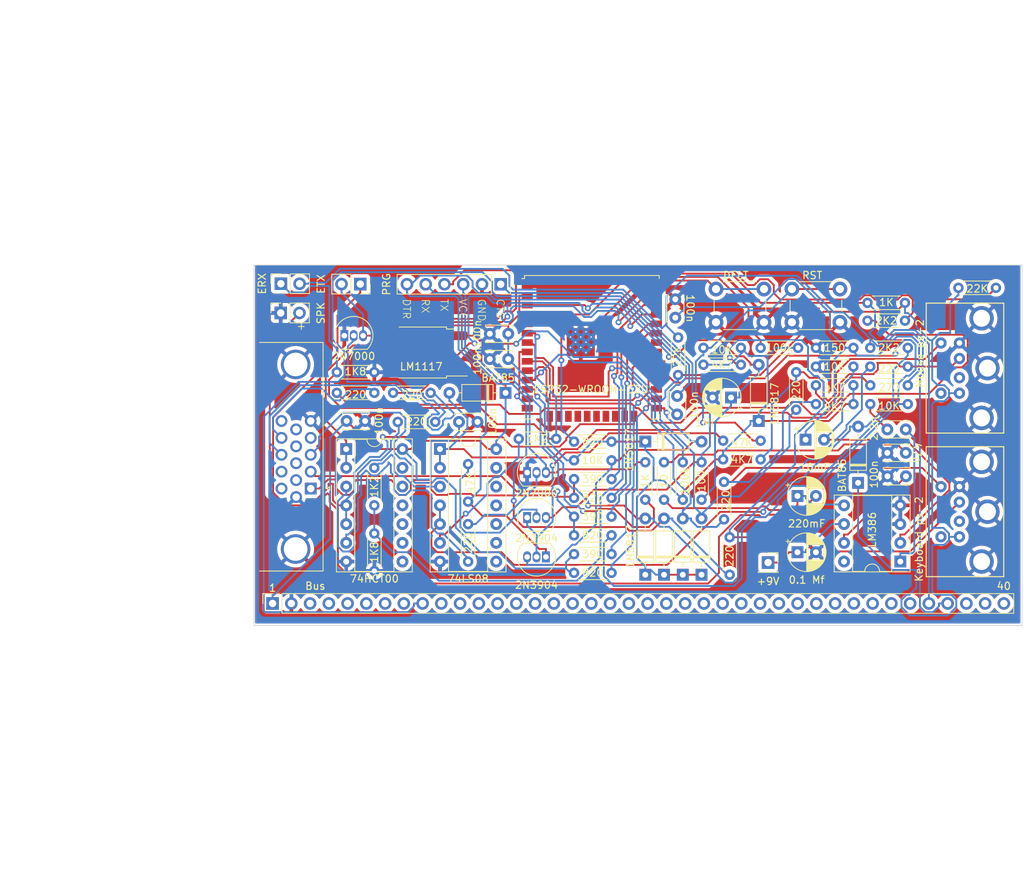
<source format=kicad_pcb>
(kicad_pcb (version 20221018) (generator pcbnew)
  (layers (0 "F.Cu" signal) (31 "B.Cu" signal) (34 "B.Paste" user) (35 "F.Paste" user) (36 "B.SilkS" user "B.Silkscreen") (37 "F.SilkS" user "F.Silkscreen") (38 "B.Mask" user) (39 "F.Mask" user) (44 "Edge.Cuts" user))
  (net 0 "")
  (net 1 "GND")
  (net 2 "+5V")
  (net 3 "RST")
  (net 4 "CSK")
  (net 5 "MISO")
  (net 6 "MOSI")
  (net 7 "SCL")
  (net 8 "SDA")
  (net 9 "RTS")
  (net 10 "TX")
  (net 11 "RX")
  (net 12 "SS")
  (net 13 "A1")
  (net 14 "A2")
  (net 15 "A3")
  (net 16 "A4")
  (net 17 "A5")
  (net 18 "A6")
  (net 19 "A7")
  (net 20 "NMI")
  (net 22 "A8")
  (net 23 "A9")
  (net 24 "A10")
  (net 25 "A11")
  (net 26 "A12")
  (net 27 "A13")
  (net 28 "A14")
  (net 29 "A15")
  (net 30 "IORQ")
  (net 31 "D4")
  (net 32 "D3")
  (net 33 "D5")
  (net 34 "D6")
  (net 35 "D2")
  (net 36 "D7")
  (net 37 "D0")
  (net 38 "D1")
  (net 39 "RD")
  (net 40 "WR")
  (net 41 "A0")
  (net 42 "Net-(J3-Pad5)")
  (net 43 "+3.3V")
  (net 44 "Net-(C10-Pad1)")
  (net 45 "Net-(D5-A)")
  (net 46 "Net-(J7-Pin_1)")
  (net 47 "Net-(U6--)")
  (net 48 "Net-(U6-BYPASS)")
  (net 49 "Net-(C12-Pad1)")
  (net 50 "Net-(C12-Pad2)")
  (net 51 "Net-(C13-Pad2)")
  (net 52 "Net-(C18-Pad1)")
  (net 53 "Net-(J8-Pin_2)")
  (net 54 "M_DAT")
  (net 55 "M_CLK")
  (net 56 "K_CLK")
  (net 57 "K_DAT")
  (net 58 "Net-(D6-A)")
  (net 59 "Net-(D7-A)")
  (net 60 "Net-(D12-A)")
  (net 61 "Net-(Q4-G)")
  (net 62 "RGB_R")
  (net 63 "RGB_G")
  (net 64 "RGB_B")
  (net 69 "Net-(J1-Pad13)")
  (net 70 "Net-(J1-Pad14)")
  (net 72 "Net-(J2-Pad1)")
  (net 74 "Net-(J2-Pad5)")
  (net 75 "Net-(J3-Pad1)")
  (net 78 "Net-(J5-Pin_1)")
  (net 79 "Net-(J5-Pin_6)")
  (net 80 "VUSB")
  (net 81 "_p_tx")
  (net 82 "_p_rx")
  (net 83 "TX2")
  (net 84 "RX2")
  (net 85 "Net-(Q1-E)")
  (net 86 "Net-(Q1-B)")
  (net 87 "Net-(Q1-C)")
  (net 88 "Net-(Q3-G)")
  (net 89 "VSYNC")
  (net 90 "HSYNC")
  (net 91 "Net-(U1-IO4)")
  (net 92 "Net-(U1-IO5)")
  (net 93 "Net-(U1-IO18)")
  (net 94 "Net-(U1-IO19)")
  (net 95 "Net-(U1-IO21)")
  (net 96 "Net-(U1-IO22)")
  (net 97 "Net-(U1-SENSOR_VN)")
  (net 98 "Net-(R25-Pad1)")
  (net 99 "_o_tx")
  (net 100 "Net-(R28-Pad1)")
  (net 101 "Net-(R30-Pad1)")
  (net 102 "Net-(R49-Pad1)")
  (net 104 "AUDIO")
  (net 105 "to7")
  (net 106 "to4")
  (net 116 "_27")
  (net 119 "_o_rx")
  (footprint "ps_2_minidin-6:MINI-DIN-6-FULL-SHIELD" (layer "F.Cu") (at 161.29 93.57 -90)
    (fp_text reference "J3" hide)
    (fp_text value "Keyboard ps-2")
  )
  (footprint "Resistor_THT:R_Axial_DIN0204_L3.6mm_D1.6mm_P5.08mm_Horizontal" (layer "F.Cu") (at 100.584 84.074)
    (fp_text reference "R17" hide)
    (fp_text value "820")
  )
  (footprint "Package_TO_SOT_THT:TO-92_Inline" (layer "F.Cu") (at 69.469 69.723)
    (fp_text reference "Q4" hide)
    (fp_text value "2N7000")
  )
  (footprint "Resistor_THT:R_Axial_DIN0204_L3.6mm_D1.6mm_P5.08mm_Horizontal" (layer "F.Cu") (at 73.533 96.52 -90)
    (fp_text reference "R26" hide)
    (fp_text value "1K8")
  )
  (footprint "Resistor_THT:R_Axial_DIN0204_L3.6mm_D1.6mm_P5.08mm_Horizontal" (layer "F.Cu") (at 86.233 100.33 90)
    (fp_text reference "R28" hide)
    (fp_text value "220")
  )
  (footprint "Resistor_THT:R_Axial_DIN0204_L3.6mm_D1.6mm_P5.08mm_Horizontal" (layer "F.Cu") (at 123.19 71.374 180)
    (fp_text reference "R22" hide)
    (fp_text value "10K")
  )
  (footprint "Resistor_THT:R_Axial_DIN0204_L3.6mm_D1.6mm_P5.08mm_Horizontal" (layer "F.Cu") (at 121.666 102.108 90)
    (fp_text reference "R15" hide)
    (fp_text value "220")
  )
  (footprint "Capacitor_THT:C_Disc_D3.4mm_W2.1mm_P2.50mm" (layer "F.Cu") (at 91.674 72.898 180)
    (fp_text reference "C2" hide)
    (fp_text value "100n")
  )
  (footprint "Resistor_THT:R_Axial_DIN0204_L3.6mm_D1.6mm_P5.08mm_Horizontal" (layer "F.Cu") (at 140.716 73.914)
    (fp_text reference "R10" hide)
    (fp_text value "220")
  )
  (footprint "Resistor_THT:R_Axial_DIN0204_L3.6mm_D1.6mm_P5.08mm_Horizontal" (layer "F.Cu") (at 100.584 96.774)
    (fp_text reference "R5" hide)
    (fp_text value "820")
  )
  (footprint "Diode_THT:D_DO-35_SOD27_P7.62mm_Horizontal" (layer "F.Cu") (at 110.236 84.074)
    (fp_text reference "D6" hide)
    (fp_text value "1N5817")
  )
  (footprint "Capacitor_THT:C_Disc_D3.4mm_W2.1mm_P2.50mm" (layer "F.Cu") (at 85.003 81.407)
    (fp_text reference "C6" hide)
    (fp_text value "100n")
  )
  (footprint "Diode_THT:D_DO-35_SOD27_P7.62mm_Horizontal" (layer "F.Cu") (at 139.065 89.662 90)
    (fp_text reference "D12" hide)
    (fp_text value "BAT85")
  )
  (footprint "Button_Switch_THT:SW_PUSH_6mm_H5mm" (layer "F.Cu") (at 136.6 67.909 180)
    (fp_text reference "SW2" hide)
    (fp_text value "RST")
  )
  (footprint "Resistor_THT:R_Axial_DIN0204_L3.6mm_D1.6mm_P5.08mm_Horizontal" (layer "F.Cu") (at 112.776 91.948 90)
    (fp_text reference "R43" hide)
    (fp_text value "10")
  )
  (footprint "Resistor_THT:R_Axial_DIN0204_L3.6mm_D1.6mm_P5.08mm_Horizontal" (layer "F.Cu") (at 133.35 76.454)
    (fp_text reference "R12" hide)
    (fp_text value "4K7")
  )
  (footprint "Resistor_THT:R_Axial_DIN0204_L3.6mm_D1.6mm_P5.08mm_Horizontal" (layer "F.Cu") (at 100.584 91.694)
    (fp_text reference "R7" hide)
    (fp_text value "820")
  )
  (footprint "Button_Switch_THT:SW_PUSH_6mm_H5mm" (layer "F.Cu") (at 126.313 67.909 180)
    (fp_text reference "SW1" hide)
    (fp_text value "DFLT")
  )
  (footprint "Resistor_THT:R_Axial_DIN0204_L3.6mm_D1.6mm_P5.08mm_Horizontal" (layer "F.Cu") (at 145.415 65.278 180)
    (fp_text reference "R29" hide)
    (fp_text value "1K")
  )
  (footprint "Resistor_THT:R_Axial_DIN0204_L3.6mm_D1.6mm_P5.08mm_Horizontal" (layer "F.Cu") (at 140.716 76.454)
    (fp_text reference "R39" hide)
    (fp_text value "270")
  )
  (footprint "Capacitor_THT:C_Disc_D3.4mm_W2.1mm_P2.50mm" (layer "F.Cu") (at 114.554 80.391 90)
    (fp_text reference "C1-nn1" hide)
    (fp_text value "100n")
  )
  (footprint "Diode_THT:D_DO-35_SOD27_P7.62mm_Horizontal" (layer "F.Cu") (at 125.603 81.28 90)
    (fp_text reference "D5" hide)
    (fp_text value "1N5817")
  )
  (footprint "Resistor_THT:R_Axial_DIN0204_L3.6mm_D1.6mm_P5.08mm_Horizontal" (layer "F.Cu") (at 86.233 92.202 90)
    (fp_text reference "R19" hide)
    (fp_text value "47K")
  )
  (footprint "Connector_PinSocket_2.54mm:PinSocket_1x02_P2.54mm_Vertical" (layer "F.Cu") (at 60.853 66.65 90)
    (fp_text reference "J8" hide)
    (fp_text value "SPK")
  )
  (footprint "Resistor_THT:R_Axial_DIN0204_L3.6mm_D1.6mm_P5.08mm_Horizontal" (layer "F.Cu") (at 76.073 77.47)
    (fp_text reference "R2" hide)
    (fp_text value "220")
  )
  (footprint "Capacitor_THT:C_Disc_D3.4mm_W2.1mm_P2.50mm" (layer "F.Cu") (at 89.174 69.469)
    (fp_text reference "C3" hide)
    (fp_text value "100n")
  )
  (footprint "Resistor_THT:R_Axial_DIN0204_L3.6mm_D1.6mm_P5.08mm_Horizontal" (layer "F.Cu") (at 68.453 77.47)
    (fp_text reference "R1" hide)
    (fp_text value "220")
  )
  (footprint "Resistor_THT:R_Axial_DIN0204_L3.6mm_D1.6mm_P5.08mm_Horizontal" (layer "F.Cu") (at 120.904 94.615 90)
    (fp_text reference "R14" hide)
    (fp_text value "220")
  )
  (footprint "Resistor_THT:R_Axial_DIN0204_L3.6mm_D1.6mm_P5.08mm_Horizontal" (layer "F.Cu") (at 68.453 74.676)
    (fp_text reference "R48" hide)
    (fp_text value "1K8")
  )
  (footprint "Capacitor_THT:CP_Radial_D5.0mm_P2.50mm" (layer "F.Cu") (at 130.85 91.44)
    (fp_text reference "C18" hide)
    (fp_text value "220mF")
  )
  (footprint "Diode_THT:D_DO-35_SOD27_P7.62mm_Horizontal" (layer "F.Cu") (at 112.776 102.108 90)
    (fp_text reference "D4" hide)
    (fp_text value "1N5817" hide)
  )
  (footprint "Resistor_THT:R_Axial_DIN0204_L3.6mm_D1.6mm_P5.08mm_Horizontal" (layer "F.Cu") (at 100.584 89.154)
    (fp_text reference "R8" hide)
    (fp_text value "390")
  )
  (footprint "Capacitor_THT:C_Disc_D3.4mm_W2.1mm_P2.50mm" (layer "F.Cu") (at 143.022 85.598)
    (fp_text reference "C13" hide)
    (fp_text value "47n")
  )
  (footprint "Connector_PinSocket_2.54mm:PinSocket_1x06_P2.54mm_Vertical" (layer "F.Cu") (at 90.653 62.763 -90)
    (fp_text reference "J5" hide)
    (fp_text value "PRG")
  )
  (footprint "Package_TO_SOT_SMD:TO-252-2" (layer "F.Cu") (at 80 72.009 180)
    (fp_text reference "U2" hide)
    (fp_text value "LM1117")
  )
  (footprint "Resistor_THT:R_Axial_DIN0204_L3.6mm_D1.6mm_P5.08mm_Horizontal" (layer "F.Cu") (at 130.937 71.374 180)
    (fp_text reference "R45" hide)
    (fp_text value "100k")
  )
  (footprint "Resistor_THT:R_Axial_DIN0204_L3.6mm_D1.6mm_P5.08mm_Horizontal" (layer "F.Cu") (at 140.716 71.374)
    (fp_text reference "R47" hide)
    (fp_text value "2K2")
  )
  (footprint "Package_DIP:DIP-14_W7.62mm_Socket" (layer "F.Cu") (at 82.423 85.09)
    (fp_text reference "U4" hide)
    (fp_text value "74LS08")
  )
  (footprint "Capacitor_THT:CP_Radial_D5.0mm_P2.50mm" (layer "F.Cu") (at 121.8551 78.105 180)
    (fp_text reference "C8" hide)
    (fp_text value "1Mf")
  )
  (footprint "Package_TO_SOT_THT:TO-92_Inline" (layer "F.Cu") (at 94.234 88.265)
    (fp_text reference "Q3" hide)
    (fp_text value "2N7000")
  )
  (footprint "Package_DIP:DIP-14_W7.62mm_Socket" (layer "F.Cu") (at 69.723 85.09)
    (fp_text reference "U3" hide)
    (fp_text value "74HCT00")
  )
  (footprint "Resistor_THT:R_Axial_DIN0204_L3.6mm_D1.6mm_P5.08mm_Horizontal" (layer "F.Cu") (at 73.533 87.63 -90)
    (fp_text reference "R25" hide)
    (fp_text value "1K2")
  )
  (footprint "ps_2_minidin-6:MINI-DIN-6-FULL-SHIELD" (layer "F.Cu") (at 161.29 74.12 -90)
    (fp_text reference "J2" hide)
    (fp_text value "Mouse ps-2")
  )
  (footprint "Package_TO_SOT_THT:TO-92_Inline" (layer "F.Cu") (at 94.234 94.361)
    (fp_text reference "Q1" hide)
    (fp_text value "2N3904")
  )
  (footprint "Resistor_THT:R_Axial_DIN0204_L3.6mm_D1.6mm_P5.08mm_Horizontal" (layer "F.Cu") (at 100.584 94.234)
    (fp_text reference "R6" hide)
    (fp_text value "390")
  )
  (footprint "Resistor_THT:R_Axial_DIN0204_L3.6mm_D1.6mm_P5.08mm_Horizontal" (layer "F.Cu") (at 133.35 73.914)
    (fp_text reference "R41" hide)
    (fp_text value "10K")
  )
  (footprint "Capacitor_THT:CP_Radial_D5.0mm_P2.50mm" (layer "F.Cu") (at 131.953 83.82)
    (fp_text reference "C10" hide)
    (fp_text value "10mF")
  )
  (footprint "Capacitor_THT:CP_Radial_D5.0mm_P2.50mm" (layer "F.Cu") (at 130.85 99.06)
    (fp_text reference "C9" hide)
    (fp_text value "0.1 Mf")
  )
  (footprint "Resistor_THT:R_Axial_DIN0204_L3.6mm_D1.6mm_P5.08mm_Horizontal" (layer "F.Cu") (at 140.716 78.994)
    (fp_text reference "R42" hide)
    (fp_text value "10K")
  )
  (footprint "Resistor_THT:R_Axial_DIN0204_L3.6mm_D1.6mm_P5.08mm_Horizontal" (layer "F.Cu") (at 125.857 86.487 180)
    (fp_text reference "R11" hide)
    (fp_text value "4K7")
  )
  (footprint "Resistor_THT:R_Axial_DIN0204_L3.6mm_D1.6mm_P5.08mm_Horizontal" (layer "F.Cu") (at 133.35 71.374)
    (fp_text reference "R40" hide)
    (fp_text value "150")
  )
  (footprint "Diode_THT:D_DO-35_SOD27_P7.62mm_Horizontal" (layer "F.Cu") (at 110.236 102.108 90)
    (fp_text reference "D1" hide)
    (fp_text value "1N5817")
  )
  (footprint "Diode_THT:D_DO-35_SOD27_P7.62mm_Horizontal" (layer "F.Cu") (at 91.313 77.47 180)
    (fp_text reference "D7" hide)
    (fp_text value "BAT85")
  )
  (footprint "Resistor_THT:R_Axial_DIN0204_L3.6mm_D1.6mm_P5.08mm_Horizontal" (layer "F.Cu") (at 100.584 99.314)
    (fp_text reference "R4" hide)
    (fp_text value "390")
  )
  (footprint "Capacitor_THT:C_Disc_D3.4mm_W2.1mm_P2.50mm" (layer "F.Cu") (at 114.3 64.79 -90)
    (fp_text reference "C4" hide)
    (fp_text value "100n")
  )
  (footprint "Diode_THT:D_DO-35_SOD27_P7.62mm_Horizontal" (layer "F.Cu") (at 115.316 102.108 90)
    (fp_text reference "D3" hide)
    (fp_text value "1N5817" hide)
  )
  (footprint "Diode_THT:D_DO-35_SOD27_P7.62mm_Horizontal" (layer "F.Cu") (at 117.856 102.108 90)
    (fp_text reference "D2" hide)
    (fp_text value "1N5817" hide)
  )
  (footprint "Connector_Dsub:DSUB-15-HD_Female_Horizontal_P2.29x1.98mm_EdgePinOffset3.03mm_Housed_MountingHolesOffset4.94mm" (layer "F.Cu") (at 64.92 90.44 -90)
    (fp_text reference "J1" hide)
    (fp_text value "DE15_Plug_HighDensity_MountingHoles" hide)
  )
  (footprint "Resistor_THT:R_Axial_DIN0204_L3.6mm_D1.6mm_P5.08mm_Horizontal" (layer "F.Cu") (at 130.683 79.756 90)
    (fp_text reference "R9" hide)
    (fp_text value "220")
  )
  (footprint "Connector_PinSocket_2.54mm:PinSocket_1x02_P2.54mm_Vertical" (layer "F.Cu") (at 71.628 62.738 -90)
    (fp_text reference "J11" hide)
    (fp_text value "ETX")
  )
  (footprint "Resistor_THT:R_Axial_DIN0204_L3.6mm_D1.6mm_P5.08mm_Horizontal" (layer "F.Cu") (at 123.19 73.66 180)
    (fp_text reference "R16" hide)
    (fp_text value "4K7")
  )
  (footprint "Capacitor_THT:C_Disc_D3.4mm_W2.1mm_P2.50mm" (layer "F.Cu") (at 69.783 81.28)
    (fp_text reference "C5" hide)
    (fp_text value "100n")
  )
  (footprint "Resistor_THT:R_Axial_DIN0204_L3.6mm_D1.6mm_P5.08mm_Horizontal" (layer "F.Cu") (at 110.236 91.948 90)
    (fp_text reference "R27" hide)
    (fp_text value "1K")
  )
  (footprint "Resistor_THT:R_Axial_DIN0204_L3.6mm_D1.6mm_P5.08mm_Horizontal" (layer "F.Cu") (at 157.734 63.246 180)
    (fp_text reference "R24" hide)
    (fp_text value "22K")
  )
  (footprint "Connector_PinSocket_2.54mm:PinSocket_1x02_P2.54mm_Vertical" (layer "F.Cu") (at 60.873 62.688 90)
    (fp_text reference "J12" hide)
    (fp_text value "ERX")
  )
  (footprint "Resistor_THT:R_Axial_DIN0204_L3.6mm_D1.6mm_P5.08mm_Horizontal" (layer "F.Cu") (at 114.681 69.977 -90)
    (fp_text reference "R46" hide)
    (fp_text value "22K")
  )
  (footprint "Resistor_THT:R_Axial_DIN0204_L3.6mm_D1.6mm_P5.08mm_Horizontal" (layer "F.Cu") (at 133.35 78.994)
    (fp_text reference "R13" hide)
    (fp_text value "4K7")
  )
  (footprint "Resistor_THT:R_Axial_DIN0204_L3.6mm_D1.6mm_P5.08mm_Horizontal" (layer "F.Cu") (at 76.708 81.407)
    (fp_text reference "R30" hide)
    (fp_text value "220")
  )
  (footprint "Resistor_THT:R_Axial_DIN0204_L3.6mm_D1.6mm_P5.08mm_Horizontal" (layer "F.Cu") (at 100.584 86.614)
    (fp_text reference "R21" hide)
    (fp_text value "10K")
  )
  (footprint "Package_DIP:DIP-8_W7.62mm_Socket" (layer "F.Cu") (at 144.78 100.33 180)
    (fp_text reference "U6" hide)
    (fp_text value "LM386")
  )
  (footprint "Connector_PinSocket_2.54mm:PinSocket_1x01_P2.54mm_Vertical" (layer "F.Cu") (at 126.873 100.457)
    (fp_text reference "J7" hide)
    (fp_text value "+9V")
  )
  (footprint "Resistor_THT:R_Axial_DIN0204_L3.6mm_D1.6mm_P5.08mm_Horizontal" (layer "F.Cu") (at 115.316 91.948 90)
    (fp_text reference "R44" hide)
    (fp_text value "100k")
  )
  (footprint "Package_TO_SOT_THT:TO-92_Inline" (layer "F.Cu") (at 96.774 99.695 180)
    (fp_text reference "Q2" hide)
    (fp_text value "2N3904")
  )
  (footprint "Capacitor_THT:C_Disc_D3.4mm_W2.1mm_P2.50mm" (layer "F.Cu") (at 143.042 88.773)
    (fp_text reference "C11" hide)
    (fp_text value "100n")
  )
  (footprint "Capacitor_THT:C_Disc_D3.4mm_W2.1mm_P2.50mm" (layer "F.Cu") (at 143.022 82.423)
    (fp_text reference "C12" hide)
    (fp_text value "2.2n")
  )
  (footprint "Resistor_THT:R_Axial_DIN0204_L3.6mm_D1.6mm_P5.08mm_Horizontal" (layer "F.Cu") (at 145.415 67.691 180)
    (fp_text reference "R23" hide)
    (fp_text value "2K2")
  )
  (footprint "Resistor_THT:R_Axial_DIN0204_L3.6mm_D1.6mm_P5.08mm_Horizontal" (layer "F.Cu") (at 117.856 91.948 90)
    (fp_text reference "R18" hide)
    (fp_text value "100")
  )
  (footprint "Connector_PinSocket_2.54mm:PinSocket_1x40_P2.54mm_Vertical" (layer "F.Cu") (at 59.75 106 90)
    (fp_text reference "J10" hide)
    (fp_text value "Bus")
  )
  (footprint "Resistor_THT:R_Axial_DIN0204_L3.6mm_D1.6mm_P5.08mm_Horizontal" (layer "F.Cu") (at 120.777 83.947)
    (fp_text reference "R20" hide)
    (fp_text value "47K")
  )
  (footprint "Resistor_THT:R_Axial_DIN0204_L3.6mm_D1.6mm_P5.08mm_Horizontal" (layer "F.Cu") (at 93.091 83.693)
    (fp_text reference "R49" hide)
    (fp_text value "1K2")
  )
  (footprint "RF_Module:ESP32-WROOM-32U" (layer "F.Cu") (at 102.997 71.295)
    (fp_text reference "U1" hide)
    (fp_text value "ESP32-WROOM-32U")
  )
  (footprint "Resistor_THT:R_Axial_DIN0204_L3.6mm_D1.6mm_P5.08mm_Horizontal" (layer "F.Cu") (at 100.584 101.854)
    (fp_text reference "R3" hide)
    (fp_text value "820")
  )
  (gr_rect (start 57.25 60.158) (end 161.25 108.988) (stroke (width 0.1)) (fill none) (layer "Edge.Cuts"))
  (segment (start 88.0387 73.387) (end 88.0387 70.8173) (width 0.25) (layer "F.Cu") (net 2))
  (segment (start 79.5933 83.9648) (end 87.7927 83.9648) (width 0.25) (layer "F.Cu") (net 2))
  (segment (start 90.9966 76.3449) (end 88.0387 73.387) (width 0.25) (layer "F.Cu") (net 2))
  (segment (start 125.804 75.057) (end 114.681 75.057) (width 0.25) (layer "F.Cu") (net 2))
  (segment (start 134.3765 66.4845) (end 125.804 75.057) (width 0.25) (layer "F.Cu") (net 2))
  (segment (start 90.043 85.09) (end 88.9179 85.09) (width 0.25) (layer "F.Cu") (net 2))
  (segment (start 91.313 77.47) (end 91.313 76.3449) (width 0.25) (layer "F.Cu") (net 2))
  (segment (start 77.343 85.09) (end 78.4681 85.09) (width 0.25) (layer "F.Cu") (net 2))
  (segment (start 87.1458 69.729) (end 88.0387 70.6219) (width 0.25) (layer "F.Cu") (net 2))
  (segment (start 73.593 85.09) (end 77.343 85.09) (width 0.25) (layer "F.Cu") (net 2))
  (segment (start 69.783 81.28) (end 73.593 85.09) (width 0.25) (layer "F.Cu") (net 2))
  (segment (start 78.4681 85.09) (end 79.5933 83.9648) (width 0.25) (layer "F.Cu") (net 2))
  (segment (start 85.04 69.729) (end 87.1458 69.729) (width 0.25) (layer "F.Cu") (net 2))
  (segment (start 145.415 65.278) (end 144.2085 66.4845) (width 0.25) (layer "F.Cu") (net 2))
  (segment (start 88.0387 70.6219) (end 88.0387 70.8173) (width 0.25) (layer "F.Cu") (net 2))
  (segment (start 88.0387 70.8173) (end 92.7544 70.8173) (width 0.25) (layer "F.Cu") (net 2))
  (segment (start 91.313 76.3449) (end 90.9966 76.3449) (width 0.25) (layer "F.Cu") (net 2))
  (segment (start 87.7927 83.9648) (end 88.9179 85.09) (width 0.25) (layer "F.Cu") (net 2))
  (segment (start 144.2085 66.4845) (end 134.3765 66.4845) (width 0.25) (layer "F.Cu") (net 2))
  (via (at 92.7544 70.8173) (size 0.8) (drill 0.4) (layers "F.Cu" "B.Cu") (net 2))
  (segment (start 150.130749 69.342) (end 151.54 69.342) (width 0.25) (layer "B.Cu") (net 2))
  (segment (start 114.681 75.057) (end 114.681 75.893004) (width 0.25) (layer "B.Cu") (net 2))
  (segment (start 151.676701 104.825) (end 149.529 104.825) (width 0.25) (layer "B.Cu") (net 2))
  (segment (start 152.654 63.246) (end 152.654 64.2711) (width 0.25) (layer "B.Cu") (net 2))
  (segment (start 149.839374 76.433374) (end 149.1 75.694) (width 0.25) (layer "B.Cu") (net 2))
  (segment (start 149.1 98.169) (end 149.212 98.057) (width 0.25) (layer "B.Cu") (net 2))
  (segment (start 149.1 104.396) (end 149.1 98.169) (width 0.25) (layer "B.Cu") (net 2))
  (segment (start 149.485 78.607) (end 150.740251 78.607) (width 0.25) (layer "B.Cu") (net 2))
  (segment (start 151.377 97.420251) (end 151.377 96.97) (width 0.25) (layer "B.Cu") (net 2))
  (segment (start 143.655 101.455) (end 146.939 101.455) (width 0.25) (layer "B.Cu") (net 2))
  (segment (start 106.616996 72.6302) (end 100.5382 72.6302) (width 0.25) (layer "B.Cu") (net 2))
  (segment (start 94.4315 69.1402) (end 92.7544 70.8173) (width 0.25) (layer "B.Cu") (net 2))
  (segment (start 146.075 107.6288) (end 151.222901 107.6288) (width 0.25) (layer "B.Cu") (net 2))
  (segment (start 152.79 96.97) (end 151.377 96.97) (width 0.25) (layer "B.Cu") (net 2))
  (segment (start 81.298 83.965) (end 83.802 83.965) (width 0.25) (layer "B.Cu") (net 2))
  (segment (start 79.248783 86.995783) (end 79.248783 89.212) (width 0.25) (layer "B.Cu") (net 2))
  (segment (start 149.133048 70.339701) (end 150.130749 69.342) (width 0.25) (layer "B.Cu") (net 2))
  (segment (start 146 104.825) (end 145.623299 104.825) (width 0.25) (layer "B.Cu") (net 2))
  (segment (start 152.79 77.52) (end 151.377 77.52) (width 0.25) (layer "B.Cu") (net 2))
  (segment (start 112.9564 77.198104) (end 112.9564 78.0516) (width 0.25) (layer "B.Cu") (net 2))
  (segment (start 150.740251 98.057) (end 151.377 97.420251) (width 0.25) (layer "B.Cu") (net 2))
  (segment (start 150.740251 78.607) (end 151.377 77.970251) (width 0.25) (layer "B.Cu") (net 2))
  (segment (start 146.929896 68.5008) (end 148.768797 70.339701) (width 0.25) (layer "B.Cu") (net 2))
  (segment (start 151.222901 107.6288) (end 152.365 106.486701) (width 0.25) (layer "B.Cu") (net 2))
  (segment (start 90.043 83.9649) (end 91.313 82.6949) (width 0.25) (layer "B.Cu") (net 2))
  (segment (start 59.9703 104.8249) (end 67.5466 97.2486) (width 0.25) (layer "B.Cu") (net 2))
  (segment (start 150.617251 95.76) (end 149.1 95.76) (width 0.25) (layer "B.Cu") (net 2))
  (segment (start 151.377 77.069749) (end 150.740625 76.433374) (width 0.25) (layer "B.Cu") (net 2))
  (segment (start 114.204404 75.9501) (end 112.9564 77.198104) (width 0.25) (layer "B.Cu") (net 2))
  (segment (start 59.75 106) (end 59.75 104.8249) (width 0.25) (layer "B.Cu") (net 2))
  (segment (start 151.377 77.970251) (end 151.377 77.52) (width 0.25) (layer "B.Cu") (net 2))
  (segment (start 151.377 96.519749) (end 150.617251 95.76) (width 0.25) (layer "B.Cu") (net 2))
  (segment (start 83.802 83.965) (end 85.003 82.764) (width 0.25) (layer "B.Cu") (net 2))
  (segment (start 114.623904 75.9501) (end 114.204404 75.9501) (width 0.25) (layer "B.Cu") (net 2))
  (segment (start 100.5382 72.6302) (end 97.0482 69.1402) (width 0.25) (layer "B.Cu") (net 2))
  (segment (start 144.935 105.513299) (end 144.935 106.4888) (width 0.25) (layer "B.Cu") (net 2))
  (segment (start 114.681 75.893004) (end 114.623904 75.9501) (width 0.25) (layer "B.Cu") (net 2))
  (segment (start 149.1 70.341701) (end 149.098 70.339701) (width 0.25) (layer "B.Cu") (net 2))
  (segment (start 149.1 78.992) (end 149.485 78.607) (width 0.25) (layer "B.Cu") (net 2))
  (segment (start 67.5466 83.5164) (end 69.783 81.28) (width 0.25) (layer "B.Cu") (net 2))
  (segment (start 146.939 101.455) (end 146.939 103.886) (width 0.25) (layer "B.Cu") (net 2))
  (segment (start 81.153 89.212) (end 81.153 84.11) (width 0.25) (layer "B.Cu") (net 2))
  (segment (start 148.768797 70.339701) (end 149.133048 70.339701) (width 0.25) (layer "B.Cu") (net 2))
  (segment (start 151.377 96.97) (end 151.377 96.519749) (width 0.25) (layer "B.Cu") (net 2))
  (segment (start 97.0482 69.1402) (end 94.4315 69.1402) (width 0.25) (layer "B.Cu") (net 2))
  (segment (start 145.839569 66.666) (end 146.929896 67.756327) (width 0.25) (layer "B.Cu") (net 2))
  (segment (start 85.003 82.764) (end 85.003 81.407) (width 0.25) (layer "B.Cu") (net 2))
  (segment (start 151.54 69.342) (end 151.54 65.278) (width 0.25) (layer "B.Cu") (net 2))
  (segment (start 67.5466 97.2486) (end 67.5466 83.5164) (width 0.25) (layer "B.Cu") (net 2))
  (segment (start 144.935 106.4888) (end 146.075 107.6288) (width 0.25) (layer "B.Cu") (net 2))
  (segment (start 152.5469 64.2711) (end 152.654 64.2711) (width 0.25) (layer "B.Cu") (net 2))
  (segment (start 152.365 106.486701) (end 152.365 105.513299) (width 0.25) (layer "B.Cu") (net 2))
  (segment (start 139.065 89.662) (end 139.065 96.865) (width 0.25) (layer "B.Cu") (net 2))
  (segment (start 146.929896 67.756327) (end 146.929896 68.5008) (width 0.25) (layer "B.Cu") (net 2))
  (segment (start 149.1 95.76) (end 149.1 78.992) (width 0.25) (layer "B.Cu") (net 2))
  (segment (start 59.75 104.8249) (end 59.9703 104.8249) (width 0.25) (layer "B.Cu") (net 2))
  (segment (start 149.529 104.825) (end 149.1 104.396) (width 0.25) (layer "B.Cu") (net 2))
  (segment (start 151.377 77.52) (end 151.377 77.069749) (width 0.25) (layer "B.Cu") (net 2))
  (segment (start 149.212 98.057) (end 150.740251 98.057) (width 0.25) (layer "B.Cu") (net 2))
  (segment (start 112.497398 78.510602) (end 106.616996 72.6302) (width 0.25) (layer "B.Cu") (net 2))
  (segment (start 146.939 103.886) (end 146 104.825) (width 0.25) (layer "B.Cu") (net 2))
  (segment (start 149.1 75.694) (end 149.1 70.341701) (width 0.25) (layer "B.Cu") (net 2))
  (segment (start 79.248783 89.212) (end 81.153 89.212) (width 0.25) (layer "B.Cu") (net 2))
  (segment (start 150.740625 76.433374) (end 149.839374 76.433374) (width 0.25) (layer "B.Cu") (net 2))
  (segment (start 145.623299 104.825) (end 144.935 105.513299) (width 0.25) (layer "B.Cu") (net 2))
  (segment (start 151.54 65.278) (end 152.5469 64.2711) (width 0.25) (layer "B.Cu") (net 2))
  (segment (start 152.365 105.513299) (end 151.676701 104.825) (width 0.25) (layer "B.Cu") (net 2))
  (segment (start 81.153 84.11) (end 81.298 83.965) (width 0.25) (layer "B.Cu") (net 2))
  (segment (start 145.415 65.278) (end 145.415 66.666) (width 0.25) (layer "B.Cu") (net 2))
  (segment (start 112.9564 78.0516) (end 112.497398 78.510602) (width 0.25) (layer "B.Cu") (net 2))
  (segment (start 77.343 85.09) (end 79.248783 86.995783) (width 0.25) (layer "B.Cu") (net 2))
  (segment (start 91.313 82.6949) (end 91.313 77.47) (width 0.25) (layer "B.Cu") (net 2))
  (segment (start 90.043 85.09) (end 90.043 83.9649) (width 0.25) (layer "B.Cu") (net 2))
  (segment (start 145.415 66.666) (end 145.839569 66.666) (width 0.25) (layer "B.Cu") (net 2))
  (segment (start 139.065 96.865) (end 143.655 101.455) (width 0.25) (layer "B.Cu") (net 2))
  (segment (start 106.8753 64.3883) (end 116.1728 73.6858) (width 0.25) (layer "B.Cu") (net 3))
  (segment (start 63.2787 75.9852) (end 68.6242 75.9852) (width 0.25) (layer "B.Cu") (net 3))
  (segment (start 69.4928 75.1166) (end 69.4928 71.8755) (width 0.25) (layer "B.Cu") (net 3))
  (segment (start 67.8825 62.2808) (end 69.0402 61.1231) (width 0.25) (layer "B.Cu") (net 3))
  (segment (start 78.0869 107.1752) (end 58.7076 107.1752) (width 0.25) (layer "B.Cu") (net 3))
  (segment (start 116.1728 76.2722) (end 114.554 77.891) (width 0.25) (layer "B.Cu") (net 3))
  (segment (start 89.4778 62.42) (end 89.4778 63.7484) (width 0.25) (layer "B.Cu") (net 3))
  (segment (start 58.5495 80.7144) (end 63.2787 75.9852) (width 0.25) (layer "B.Cu") (net 3))
  (segment (start 69.0402 61.1231) (end 88.1809 61.1231) (width 0.25) (layer "B.Cu") (net 3))
  (segment (start 116.1728 73.6858) (end 116.1728 76.2722) (width 0.25) (layer "B.Cu") (net 3))
  (segment (start 88.1809 61.1231) (end 89.4778 62.42) (width 0.25) (layer "B.Cu") (net 3))
  (segment (start 58.7076 107.1752) (end 58.5495 107.0171) (width 0.25) (layer "B.Cu") (net 3))
  (segment (start 67.8825 70.2652) (end 67.8825 62.2808) (width 0.25) (layer "B.Cu") (net 3))
  (segment (start 69.4928 71.8755) (end 67.8825 70.2652) (width 0.25) (layer "B.Cu") (net 3))
  (segment (start 78.8949 106) (end 78.8949 106.3672) (width 0.25) (layer "B.Cu") (net 3))
  (segment (start 80.07 106) (end 78.8949 106) (width 0.25) (layer "B.Cu") (net 3))
  (segment (start 68.6242 75.9852) (end 69.4928 75.1166) (width 0.25) (layer "B.Cu") (net 3))
  (segment (start 89.4778 63.7484) (end 90.1177 64.3883) (width 0.25) (layer "B.Cu") (net 3))
  (segment (start 90.1177 64.3883) (end 106.8753 64.3883) (width 0.25) (layer "B.Cu") (net 3))
  (segment (start 58.5495 107.0171) (end 58.5495 80.7144) (width 0.25) (layer "B.Cu") (net 3))
  (segment (start 78.8949 106.3672) (end 78.0869 107.1752) (width 0.25) (layer "B.Cu") (net 3))
  (segment (start 91.261195 66.4198) (end 90.244395 67.4366) (width 0.25) (layer "F.Cu") (net 10))
  (segment (start 92.7219 62.7151) (end 92.7219 66.0281) (width 0.25) (layer "F.Cu") (net 10))
  (segment (start 92.096002 66.653998) (end 91.861805 66.4198) (width 0.25) (layer "F.Cu") (net 10))
  (segment (start 125.8631 65.278) (end 121.9031 61.318) (width 0.25) (layer "F.Cu") (net 10))
  (segment (start 90.244395 67.4366) (end 75.9464 67.4366) (width 0.25) (layer "F.Cu") (net 10))
  (segment (start 73.66 69.723) (end 72.009 69.723) (width 0.25) (layer "F.Cu") (net 10))
  (segment (start 94.119 61.318) (end 92.7219 62.7151) (width 0.25) (layer "F.Cu") (net 10))
  (segment (start 75.9464 67.4366) (end 73.66 69.723) (width 0.25) (layer "F.Cu") (net 10))
  (segment (start 140.335 65.278) (end 125.8631 65.278) (width 0.25) (layer "F.Cu") (net 10))
  (segment (start 91.861805 66.4198) (end 91.261195 66.4198) (width 0.25) (layer "F.Cu") (net 10))
  (segment (start 92.7219 66.0281) (end 92.096002 66.653998) (width 0.25) (layer "F.Cu") (net 10))
  (segment (start 121.9031 61.318) (end 94.119 61.318) (width 0.25) (layer "F.Cu") (net 10))
  (segment (start 148.65 106) (end 148.65 70.8573) (width 0.25) (layer "B.Cu") (net 10))
  (segment (start 143.955508 68.9508) (end 142.294308 70.612) (width 0.25) (layer "B.Cu") (net 10))
  (segment (start 142.294308 70.612) (end 141.816796 70.612) (width 0.25) (layer "B.Cu") (net 10))
  (segment (start 69.088 63.9131) (end 72.009 66.8341) (width 0.25) (layer "B.Cu") (net 10))
  (segment (start 141.816796 70.612) (end 140.589 69.384204) (width 0.25) (layer "B.Cu") (net 10))
  (segment (start 146.7435 68.9508) (end 143.955508 68.9508) (width 0.25) (layer "B.Cu") (net 10))
  (segment (start 69.088 62.738) (end 69.088 63.9131) (width 0.25) (layer "B.Cu") (net 10))
  (segment (start 72.009 66.8341) (end 72.009 69.723) (width 0.25) (layer "B.Cu") (net 10))
  (segment (start 141.36 68.613204) (end 141.36 66.303) (width 0.25) (layer "B.Cu") (net 10))
  (segment (start 148.65 70.8573) (end 146.7435 68.9508) (width 0.25) (layer "B.Cu") (net 10))
  (segment (start 140.589 69.384204) (end 141.36 68.613204) (width 0.25) (layer "B.Cu") (net 10))
  (segment (start 141.36 66.303) (end 140.335 65.278) (width 0.25) (layer "B.Cu") (net 10))
  (segment (start 147.8303 70.6742) (end 146.5569 69.4008) (width 0.25) (layer "B.Cu") (net 11))
  (segment (start 148.1618 107.1787) (end 147.4365 106.4534) (width 0.25) (layer "B.Cu") (net 11))
  (segment (start 115.8491 61.6158) (end 113.1192 64.3457) (width 0.25) (layer "B.Cu") (net 11))
  (segment (start 147.4365 75.2047) (end 147.8303 74.8109) (width 0.25) (layer "B.Cu") (net 11))
  (segment (start 147.8303 74.8109) (end 147.8303 70.6742) (width 0.25) (layer "B.Cu") (net 11))
  (segment (start 149.2027 107.1787) (end 148.1618 107.1787) (width 0.25) (layer "B.Cu") (net 11))
  (segment (start 150.0149 106.3665) (end 149.2027 107.1787) (width 0.25) (layer "B.Cu") (net 11))
  (segment (start 68.853804 60.6731) (end 90.9131 60.6731) (width 0.25) (layer "B.Cu") (net 11))
  (segment (start 147.4365 106.4534) (end 147.4365 75.2047) (width 0.25) (layer "B.Cu") (net 11))
  (segment (start 140.716 70.1476) (end 137.1524 66.584) (width 0.25) (layer "B.Cu") (net 11))
  (segment (start 64.7341 62.542) (end 66.984904 62.542) (width 0.25) (layer "B.Cu") (net 11))
  (segment (start 113.1192 68.4152) (end 114.681 69.977) (width 0.25) (layer "B.Cu") (net 11))
  (segment (start 150.0149 106) (end 150.0149 106.3665) (width 0.25) (layer "B.Cu") (net 11))
  (segment (start 142.422704 71.12) (end 141.6884 71.12) (width 0.25) (layer "B.Cu") (net 11))
  (segment (start 141.6884 71.12) (end 140.716 70.1476) (width 0.25) (layer "B.Cu") (net 11))
  (segment (start 92.3173 63.4883) (end 107.248396 63.4883) (width 0.25) (layer "B.Cu") (net 11))
  (segment (start 134.8252 65.6102) (end 134.8252 65.608904) (width 0.25) (layer "B.Cu") (net 11))
  (segment (start 146.5569 69.4008) (end 144.141904 69.4008) (width 0.25) (layer "B.Cu") (net 11))
  (segment (start 113.1192 64.3457) (end 113.1192 68.4152) (width 0.25) (layer "B.Cu") (net 11))
  (segment (start 112.494548 68.734452) (end 113.1192 68.1098) (width 0.25) (layer "B.Cu") (net 11))
  (segment (start 113.1192 68.1098) (end 113.1192 64.3457) (width 0.25) (layer "B.Cu") (net 11))
  (segment (start 135.799 66.584) (end 134.8252 65.6102) (width 0.25) (layer "B.Cu") (net 11))
  (segment (start 90.9131 60.6731) (end 91.828 61.588) (width 0.25) (layer "B.Cu") (net 11))
  (segment (start 64.5881 62.688) (end 64.7341 62.542) (width 0.25) (layer "B.Cu") (net 11))
  (segment (start 137.1524 66.584) (end 135.799 66.584) (width 0.25) (layer "B.Cu") (net 11))
  (segment (start 63.413 62.688) (end 64.5881 62.688) (width 0.25) (layer "B.Cu") (net 11))
  (segment (start 134.8252 65.608904) (end 130.832096 61.6158) (width 0.25) (layer "B.Cu") (net 11))
  (segment (start 144.141904 69.4008) (end 142.422704 71.12) (width 0.25) (layer "B.Cu") (net 11))
  (segment (start 91.828 61.588) (end 91.828 62.999) (width 0.25) (layer "B.Cu") (net 11))
  (segment (start 130.832096 61.6158) (end 115.8491 61.6158) (width 0.25) (layer "B.Cu") (net 11))
  (segment (start 66.984904 62.542) (end 68.853804 60.6731) (width 0.25) (layer "B.Cu") (net 11))
  (segment (start 107.248396 63.4883) (end 112.494548 68.734452) (width 0.25) (layer "B.Cu") (net 11))
  (segment (start 91.828 62.999) (end 92.3173 63.4883) (width 0.25) (layer "B.Cu") (net 11))
  (segment (start 140.716 70.1476) (end 140.716 71.374) (width 0.25) (layer "B.Cu") (net 11))
  (segment (start 151.19 106) (end 150.0149 106) (width 0.25) (layer "B.Cu") (net 11))
  (segment (start 120.904 89.535) (end 121.9291 89.535) (width 0.25) (layer "F.Cu") (net 42))
  (segment (start 147.7591 87.6391) (end 123.825 87.6391) (width 0.25) (layer "F.Cu") (net 42))
  (segment (start 123.825 87.6391) (end 121.9291 89.535) (width 0.25) (layer "F.Cu") (net 42))
  (segment (start 150.29 90.17) (end 147.7591 87.6391) (width 0.25) (layer "F.Cu") (net 42))
  (segment (start 128.8689 80.0865) (end 128.8689 84.9898) (width 0.25) (layer "B.Cu") (net 42))
  (segment (start 128.8689 84.9898) (end 124.3237 89.535) (width 0.25) (layer "B.Cu") (net 42))
  (segment (start 120.904 89.535) (end 121.9291 89.535) (width 0.25) (layer "B.Cu") (net 42))
  (segment (start 124.3237 89.535) (end 121.9291 89.535) (width 0.25) (layer "B.Cu") (net 42))
  (segment (start 133.0775 78.7215) (end 130.2339 78.7215) (width 0.25) (layer "B.Cu") (net 42))
  (segment (start 133.35 78.994) (end 133.0775 78.7215) (width 0.25) (layer "B.Cu") (net 42))
  (segment (start 130.2339 78.7215) (end 128.8689 80.0865) (width 0.25) (layer "B.Cu") (net 42))
  (segment (start 91.674 68.3366) (end 93.1719 66.8387) (width 0.25) (layer "F.Cu") (net 43))
  (segment (start 135.1189 81.28) (end 137.4049 78.994) (width 0.25) (layer "F.Cu") (net 43))
  (segment (start 78.89 72.009) (end 80.415 73.534) (width 0.25) (layer "F.Cu") (net 43))
  (segment (start 119.7519 86.487) (end 115.316 90.9229) (width 0.25) (layer "F.Cu") (net 43))
  (segment (start 115.316 102.108) (end 117.856 102.108) (width 0.25) (layer "F.Cu") (net 43))
  (segment (start 93.1719 66.8387) (end 93.1719 64.31) (width 0.25) (layer "F.Cu") (net 43))
  (segment (start 80.415 70.484) (end 82.5624 68.3366) (width 0.25) (layer "F.Cu") (net 43))
  (segment (start 125.603 81.28) (end 135.1189 81.28) (width 0.25) (layer "F.Cu") (net 43))
  (segment (start 115.316 90.9229) (end 115.316 91.948) (width 0.25) (layer "F.Cu") (net 43))
  (segment (start 78.59 72.009) (end 78.74 72.009) (width 0.25) (layer "F.Cu") (net 43))
  (segment (start 91.674 68.3366) (end 91.674 69.469) (width 0.25) (layer "F.Cu") (net 43))
  (segment (start 138.43 78.994) (end 137.4049 78.994) (width 0.25) (layer "F.Cu") (net 43))
  (segment (start 120.777 86.487) (end 119.7519 86.487) (width 0.25) (layer "F.Cu") (net 43))
  (segment (start 110.236 84.074) (end 105.664 84.074) (width 0.25) (layer "F.Cu") (net 43))
  (segment (start 112.776 102.108) (end 115.316 102.108) (width 0.25) (layer "F.Cu") (net 43))
  (segment (start 77.065 73.534) (end 78.59 72.009) (width 0.25) (layer "F.Cu") (net 43))
  (segment (start 94.247 64.31) (end 93.1719 64.31) (width 0.25) (layer "F.Cu") (net 43))
  (segment (start 78.74 72.009) (end 78.89 72.009) (width 0.25) (layer "F.Cu") (net 43))
  (segment (start 82.5624 68.3366) (end 91.674 68.3366) (width 0.25) (layer "F.Cu") (net 43))
  (segment (start 77.065 70.484) (end 78.59 72.009) (width 0.25) (layer "F.Cu") (net 43))
  (segment (start 78.89 72.009) (end 80.415 70.484) (width 0.25) (layer "F.Cu") (net 43))
  (segment (start 110.236 101.5454) (end 111.0883 101.5454) (width 0.25) (layer "B.Cu") (net 43))
  (segment (start 111.0883 101.5454) (end 111.6509 102.108) (width 0.25) (layer "B.Cu") (net 43))
  (segment (start 111.3611 89.3137) (end 112.6817 89.3137) (width 0.25) (layer "B.Cu") (net 43))
  (segment (start 126.7342 72.467) (end 124.283 72.467) (width 0.25) (layer "B.Cu") (net 43))
  (segment (start 125.603 80.1549) (end 126.8022 78.9557) (width 0.25) (layer "B.Cu") (net 43))
  (segment (start 120.777 86.487) (end 120.777 85.4619) (width 0.25) (layer "B.Cu") (net 43))
  (segment (start 97.0995 84.113) (end 99.6005 86.614) (width 0.25) (layer "B.Cu") (net 43))
  (segment (start 91.674 72.898) (end 97.0995 78.3235) (width 0.25) (layer "B.Cu") (net 43))
  (segment (start 127.9632 71.374) (end 130.937 71.374) (width 0.25) (layer "B.Cu") (net 43))
  (segment (start 110.236 102.108) (end 110.236 101.5454) (width 0.25) (layer "B.Cu") (net 43))
  (segment (start 124.283 72.467) (end 123.6065 71.7904) (width 0.25) (layer "B.Cu") (net 43))
  (segment (start 126.8022 72.535) (end 126.7342 72.467) (width 0.25) (layer "B.Cu") (net 43))
  (segment (start 109.1041 91.5707) (end 111.3611 89.3137) (width 0.25) (layer "B.Cu") (net 43))
  (segment (start 91.674 69.469) (end 91.674 72.898) (width 0.25) (layer "B.Cu") (net 43))
  (segment (start 110.236 100.9829) (end 109.1041 99.851) (width 0.25) (layer "B.Cu") (net 43))
  (segment (start 121.8635 73.416) (end 121.9809 73.416) (width 0.25) (layer "B.Cu") (net 43))
  (segment (start 99.6005 86.614) (end 100.584 86.614) (width 0.25) (layer "B.Cu") (net 43))
  (segment (start 97.0995 78.3235) (end 97.0995 84.113) (width 0.25) (layer "B.Cu") (net 43))
  (segment (start 103.124 84.074) (end 104.6389 84.074) (width 0.25) (layer "B.Cu") (net 43))
  (segment (start 124.4779 81.761) (end 124.4779 81.28) (width 0.25) (layer "B.Cu") (net 43))
  (segment (start 126.8022 78.9557) (end 126.8022 72.535) (width 0.25) (layer "B.Cu") (net 43))
  (segment (start 125.603 81.28) (end 124.4779 81.28) (width 0.25) (layer "B.Cu") (net 43))
  (segment (start 120.777 85.4619) (end 124.4779 81.761) (width 0.25) (layer "B.Cu") (net 43))
  (segment (start 105.664 84.074) (end 104.6389 84.074) (width 0.25) (layer "B.Cu") (net 43))
  (segment (start 100.584 86.614) (end 103.124 84.074) (width 0.25) (layer "B.Cu") (net 43))
  (segment (start 125.603 81.28) (end 125.603 80.1549) (width 0.25) (layer "B.Cu") (net 43))
  (segment (start 118.11 73.66) (end 119.1351 73.66) (width 0.25) (layer "B.Cu") (net 43))
  (segment (start 126.8022 72.535) (end 127.9632 71.374) (width 0.25) (layer "B.Cu") (net 43))
  (segment (start 121.6195 73.66) (end 121.8635 73.416) (width 0.25) (layer "B.Cu") (net 43))
  (segment (start 123.6065 71.7904) (end 123.19 71.374) (width 0.25) (layer "B.Cu") (net 43))
  (segment (start 109.1041 99.851) (end 109.1041 91.5707) (width 0.25) (layer "B.Cu") (net 43))
  (segment (start 111.3611 86.3242) (end 110.236 85.1991) (width 0.25) (layer "B.Cu") (net 43))
  (segment (start 138.43 78.994) (end 138.43 76.454) (width 0.25) (layer "B.Cu") (net 43))
  (segment (start 121.9809 73.416) (end 123.6065 71.7904) (width 0.25) (layer "B.Cu") (net 43))
  (segment (start 110.236 84.074) (end 110.236 85.1991) (width 0.25) (layer "B.Cu") (net 43))
  (segment (start 112.776 102.108) (end 111.6509 102.108) (width 0.25) (layer "B.Cu") (net 43))
  (segment (start 110.236 101.5454) (end 110.236 100.9829) (width 0.25) (layer "B.Cu") (net 43))
  (segment (start 111.3611 89.3137) (end 111.3611 86.3242) (width 0.25) (layer "B.Cu") (net 43))
  (segment (start 112.6817 89.3137) (end 115.316 91.948) (width 0.25) (layer "B.Cu") (net 43))
  (segment (start 119.1351 73.66) (end 121.6195 73.66) (width 0.25) (layer "B.Cu") (net 43))
  (segment (start 125.772 65.8591) (end 129.5651 62.066) (width 0.25) (layer "B.Cu") (net 44))
  (segment (start 144.3283 69.8508) (end 146.3703 69.8508) (width 0.25) (layer "B.Cu") (net 44))
  (segment (start 138.43 71.374) (end 137.9175 71.374) (width 0.25) (layer "B.Cu") (net 44))
  (segment (start 145.796 76.0003) (end 145.796 76.454) (width 0.25) (layer "B.Cu") (net 44))
  (segment (start 135.8901 78.7578) (end 131.953 82.6949) (width 0.25) (layer "B.Cu") (net 44))
  (segment (start 137.4049 71.374) (end 135.8901 72.8888) (width 0.25) (layer "B.Cu") (net 44))
  (segment (start 134.3752 65.796596) (end 135.255 66.676396) (width 0.25) (layer "B.Cu") (net 44))
  (segment (start 147.3239 74.4724) (end 145.796 76.0003) (width 0.25) (layer "B.Cu") (net 44))
  (segment (start 131.953 83.82) (end 131.953 82.6949) (width 0.25) (layer "B.Cu") (net 44))
  (segment (start 146.3703 69.8508) (end 147.3239 70.8044) (width 0.25) (layer "B.Cu") (net 44))
  (segment (start 134.3752 65.7953) (end 134.3752 65.796596) (width 0.25) (layer "B.Cu") (net 44))
  (segment (start 141.747 72.4321) (end 144.3283 69.8508) (width 0.25) (layer "B.Cu") (net 44))
  (segment (start 137.9175 71.374) (end 138.9756 72.4321) (width 0.25) (layer "B.Cu") (net 44))
  (segment (start 135.8901 72.8888) (end 135.8901 78.7578) (width 0.25) (layer "B.Cu") (net 44))
  (segment (start 130.6459 62.066) (end 134.3752 65.7953) (width 0.25) (layer "B.Cu") (net 44))
  (segment (start 129.5651 62.066) (end 130.6459 62.066) (width 0.25) (layer "B.Cu") (net 44))
  (segment (start 138.9756 72.4321) (end 141.747 72.4321) (width 0.25) (layer "B.Cu") (net 44))
  (segment (start 147.3239 70.8044) (end 147.3239 74.4724) (width 0.25) (layer "B.Cu") (net 44))
  (segment (start 115.7309 65.8591) (end 125.772 65.8591) (width 0.25) (layer "B.Cu") (net 44))
  (segment (start 114.3 67.29) (end 115.7309 65.8591) (width 0.25) (layer "B.Cu") (net 44))
  (segment (start 135.255 66.676396) (end 135.255 69.2241) (width 0.25) (layer "B.Cu") (net 44))
  (segment (start 137.9175 71.374) (end 137.4049 71.374) (width 0.25) (layer "B.Cu") (net 44))
  (segment (start 135.255 69.2241) (end 137.4049 71.374) (width 0.25) (layer "B.Cu") (net 44))
  (segment (start 120.429 70.3474) (end 122.5986 72.517) (width 0.25) (layer "F.Cu") (net 45))
  (segment (start 125.603 73.66) (end 124.4779 73.66) (width 0.25) (layer "F.Cu") (net 45))
  (segment (start 94.247 65.58) (end 102.016 65.58) (width 0.25) (layer "F.Cu") (net 45))
  (segment (start 123.568 72.517) (end 124.4779 73.4269) (width 0.25) (layer "F.Cu") (net 45))
  (segment (start 114.2529 72.5986) (end 116.5041 70.3474) (width 0.25) (layer "F.Cu") (net 45))
  (segment (start 116.5041 70.3474) (end 120.429 70.3474) (width 0.25) (layer "F.Cu") (net 45))
  (segment (start 124.4779 73.4269) (end 124.4779 73.66) (width 0.25) (layer "F.Cu") (net 45))
  (segment (start 102.016 65.58) (end 102.4497 66.0137) (width 0.25) (layer "F.Cu") (net 45))
  (segment (start 122.5986 72.517) (end 123.568 72.517) (width 0.25) (layer "F.Cu") (net 45))
  (segment (start 113.4235 72.5986) (end 114.2529 72.5986) (width 0.25) (layer "F.Cu") (net 45))
  (via (at 102.4497 66.0137) (size 0.8) (drill 0.4) (layers "F.Cu" "B.Cu") (net 45))
  (via (at 113.4235 72.5986) (size 0.8) (drill 0.4) (layers "F.Cu" "B.Cu") (net 45))
  (segment (start 113.4235 72.5986) (end 113.4235 72.209496) (width 0.25) (layer "B.Cu") (net 45))
  (segment (start 121.8551 78.105) (end 122.9802 78.105) (width 0.25) (layer "B.Cu") (net 45))
  (segment (start 106.619004 65.405) (end 103.0584 65.405) (width 0.25) (layer "B.Cu") (net 45))
  (segment (start 121.8551 79.2301) (end 119.6829 81.4023) (width 0.25) (layer "B.Cu") (net 45))
  (segment (start 119.6829 90.1211) (end 117.856 91.948) (width 0.25) (layer "B.Cu") (net 45))
  (segment (start 122.9802 77.4079) (end 122.9802 78.105) (width 0.25) (layer "B.Cu") (net 45))
  (segment (start 125.603 74.7851) (end 122.9802 77.4079) (width 0.25) (layer "B.Cu") (net 45))
  (segment (start 113.4235 72.209496) (end 106.619004 65.405) (width 0.25) (layer "B.Cu") (net 45))
  (segment (start 103.0584 65.405) (end 102.4497 66.0137) (width 0.25) (layer "B.Cu") (net 45))
  (segment (start 125.603 73.66) (end 125.603 74.7851) (width 0.25) (layer "B.Cu") (net 45))
  (segment (start 119.6829 81.4023) (end 119.6829 90.1211) (width 0.25) (layer "B.Cu") (net 45))
  (segment (start 121.8551 78.105) (end 121.8551 79.2301) (width 0.25) (layer "B.Cu") (net 45))
  (segment (start 130.85 99.06) (end 129.7249 99.06) (width 0.25) (layer "F.Cu") (net 46))
  (segment (start 126.873 100.457) (end 128.3279 100.457) (width 0.25) (layer "F.Cu") (net 46))
  (segment (start 128.3279 100.457) (end 129.7249 99.06) (width 0.25) (layer "F.Cu") (net 46))
  (segment (start 137.16 95.25) (end 135.5038 95.25) (width 0.25) (layer "B.Cu") (net 46))
  (segment (start 131.9751 98.7787) (end 131.9751 99.06) (width 0.25) (layer "B.Cu") (net 46))
  (segment (start 130.85 99.06) (end 131.9751 99.06) (width 0.25) (layer "B.Cu") (net 46))
  (segment (start 135.5038 95.25) (end 131.9751 98.7787) (width 0.25) (layer "B.Cu") (net 46))
  (segment (start 145.3425 96.6649) (end 151.4291 90.5783) (width 0.25) (layer "F.Cu") (net 47))
  (segment (start 151.4291 90.5783) (end 151.4291 89.7163) (width 0.25) (layer "F.Cu") (net 47))
  (segment (start 144.78 96.6649) (end 145.3425 96.6649) (width 0.25) (layer "F.Cu") (net 47))
  (segment (start 151.4291 89.7163) (end 145.5328 83.82) (width 0.25) (layer "F.Cu") (net 47))
  (segment (start 144.78 97.79) (end 144.78 96.6649) (width 0.25) (layer "F.Cu") (net 47))
  (segment (start 145.5328 83.82) (end 134.453 83.82) (width 0.25) (layer "F.Cu") (net 47))
  (segment (start 136.9152 76.4539) (end 138.43 74.9391) (width 0.25) (layer "B.Cu") (net 47))
  (segment (start 138.43 73.914) (end 138.43 74.9391) (width 0.25) (layer "B.Cu") (net 47))
  (segment (start 136.9152 81.3578) (end 136.9152 76.4539) (width 0.25) (layer "B.Cu") (net 47))
  (segment (start 134.453 83.82) (end 136.9152 81.3578) (width 0.25) (layer "B.Cu") (net 47))
  (segment (start 137.16 96.6649) (end 137.6501 96.6649) (width 0.25) (layer "F.Cu") (net 48))
  (segment (start 137.6501 96.6649) (end 145.542 88.773) (width 0.25) (layer "F.Cu") (net 48))
  (segment (start 137.16 97.79) (end 137.16 96.6649) (width 0.25) (layer "F.Cu") (net 48))
  (segment (start 143.022 82.423) (end 140.716 80.117) (width 0.25) (layer "F.Cu") (net 49))
  (segment (start 140.716 80.117) (end 140.716 78.994) (width 0.25) (layer "F.Cu") (net 49))
  (segment (start 144.78 99.2049) (end 146.4131 99.2049) (width 0.25) (layer "B.Cu") (net 50))
  (segment (start 146.6769 98.9411) (end 146.6769 83.5779) (width 0.25) (layer "B.Cu") (net 50))
  (segment (start 146.4131 99.2049) (end 146.6769 98.9411) (width 0.25) (layer "B.Cu") (net 50))
  (segment (start 146.6769 83.5779) (end 145.522 82.423) (width 0.25) (layer "B.Cu") (net 50))
  (segment (start 144.78 100.33) (end 144.78 99.2049) (width 0.25) (layer "B.Cu") (net 50))
  (segment (start 119.5178 85.8429) (end 120.0829 85.2778) (width 0.25) (layer "F.Cu") (net 51))
  (segment (start 137.1678 84.4629) (end 144.3869 84.4629) (width 0.25) (layer "F.Cu") (net 51))
  (segment (start 144.3869 84.4629) (end 145.522 85.598) (width 0.25) (layer "F.Cu") (net 51))
  (segment (start 113.8011 86.868) (end 114.8262 85.8429) (width 0.25) (layer "F.Cu") (net 51))
  (segment (start 136.3529 85.2778) (end 137.1678 84.4629) (width 0.25) (layer "F.Cu") (net 51))
  (segment (start 114.8262 85.8429) (end 119.5178 85.8429) (width 0.25) (layer "F.Cu") (net 51))
  (segment (start 120.0829 85.2778) (end 136.3529 85.2778) (width 0.25) (layer "F.Cu") (net 51))
  (segment (start 112.776 86.868) (end 113.8011 86.868) (width 0.25) (layer "F.Cu") (net 51))
  (segment (start 130.85 91.44) (end 130.85 92.67) (width 0.25) (layer "F.Cu") (net 52))
  (segment (start 125.700395 93.091) (end 113.919 93.091) (width 0.25) (layer "F.Cu") (net 52))
  (segment (start 130.175 93.345) (end 127.007405 93.345) (width 0.25) (layer "F.Cu") (net 52))
  (segment (start 125.926595 92.8648) (end 125.700395 93.091) (width 0.25) (layer "F.Cu") (net 52))
  (segment (start 126.527205 92.8648) (end 125.926595 92.8648) (width 0.25) (layer "F.Cu") (net 52))
  (segment (start 130.85 92.67) (end 130.175 93.345) (width 0.25) (layer "F.Cu") (net 52))
  (segment (start 127.007405 93.345) (end 126.527205 92.8648) (width 0.25) (layer "F.Cu") (net 52))
  (segment (start 113.919 93.091) (end 112.776 91.948) (width 0.25) (layer "F.Cu") (net 52))
  (segment (start 144.560196 78.994) (end 145.796 78.994) (width 0.25) (layer "B.Cu") (net 52))
  (segment (start 132.8402 92.5864) (end 131.9751 91.7213) (width 0.25) (layer "B.Cu") (net 52))
  (segment (start 136.65 92.71) (end 136.5264 92.5864) (width 0.25) (layer "B.Cu") (net 52))
  (segment (start 134.493 92.5864) (end 134.493 89.061196) (width 0.25) (layer "B.Cu") (net 52))
  (segment (start 130.85 91.44) (end 131.9751 91.44) (width 0.25) (layer "B.Cu") (net 52))
  (segment (start 134.493 89.061196) (end 144.560196 78.994) (width 0.25) (layer "B.Cu") (net 52))
  (segment (start 137.16 92.71) (end 136.65 92.71) (width 0.25) (layer "B.Cu") (net 52))
  (segment (start 131.9751 91.7213) (end 131.9751 91.44) (width 0.25) (layer "B.Cu") (net 52))
  (segment (start 136.5264 92.5864) (end 132.8402 92.5864) (width 0.25) (layer "B.Cu") (net 52))
  (segment (start 136.5264 92.5864) (end 134.493 92.5864) (width 0.25) (layer "B.Cu") (net 52))
  (segment (start 126.862005 93.98) (end 126.527205 94.3148) (width 0.25) (layer "F.Cu") (net 53))
  (segment (start 126.527205 94.3148) (end 125.926595 94.3148) (width 0.25) (layer "F.Cu") (net 53))
  (segment (start 125.926595 94.3148) (end 125.651595 94.0398) (width 0.25) (layer "F.Cu") (net 53))
  (segment (start 59.3688 84.6418) (end 59.368 84.641) (width 0.25) (layer "F.Cu") (net 53))
  (segment (start 59.368 70.675) (end 63.393 66.65) (width 0.25) (layer "F.Cu") (net 53))
  (segment (start 59.368 84.641) (end 59.368 70.675) (width 0.25) (layer "F.Cu") (net 53))
  (segment (start 68.598 93.16) (end 68.411504 93.16) (width 0.25) (layer "F.Cu") (net 53))
  (segment (start 68.598 100.795991) (end 68.598 93.16) (width 0.25) (layer "F.Cu") (net 53))
  (segment (start 67.4772 92.225696) (end 67.4772 91.3532) (width 0.25) (layer "F.Cu") (net 53))
  (segment (start 120.2125 96.9633) (end 120.2125 101.8358) (width 0.25) (layer "F.Cu") (net 53))
  (segment (start 69.257009 101.455) (end 68.598 100.795991) (width 0.25) (layer "F.Cu") (net 53))
  (segment (start 65.086396 93.16) (end 61.378904 93.16) (width 0.25) (layer "F.Cu") (net 53))
  (segment (start 130.81 93.98) (end 126.862005 93.98) (width 0.25) (layer "F.Cu") (net 53))
  (segment (start 125.651595 94.0398) (end 123.136 94.0398) (width 0.25) (layer "F.Cu") (net 53))
  (segment (start 120.2125 101.8358) (end 118.749 103.2993) (width 0.25) (layer "F.Cu") (net 53))
  (segment (start 69.257009 103.2993) (end 69.257009 101.455) (width 0.25) (layer "F.Cu") (net 53))
  (segment (start 61.378904 93.16) (end 59.3688 91.149896) (width 0.25) (layer "F.Cu") (net 53))
  (segment (start 123.136 94.0398) (end 120.2125 96.9633) (width 0.25) (layer "F.Cu") (net 53))
  (segment (start 67.4772 91.3532) (end 67.185198 91.061198) (width 0.25) (layer "F.Cu") (net 53))
  (segment (start 67.185198 91.061198) (end 65.086396 93.16) (width 0.25) (layer "F.Cu") (net 53))
  (segment (start 68.411504 93.16) (end 67.4772 92.225696) (width 0.25) (layer "F.Cu") (net 53))
  (segment (start 133.35 91.44) (end 130.81 93.98) (width 0.25) (layer "F.Cu") (net 53))
  (segment (start 118.749 103.2993) (end 69.257009 103.2993) (width 0.25) (layer "F.Cu") (net 53))
  (segment (start 59.3688 91.149896) (end 59.3688 84.6418) (width 0.25) (layer "F.Cu") (net 53))
  (segment (start 95.3221 77.6819) (end 95.6219 77.9817) (width 0.25) (layer "F.Cu") (net 54))
  (segment (start 95.3221 77.01) (end 95.3221 77.6819) (width 0.25) (layer "F.Cu") (net 54))
  (segment (start 94.247 77.01) (end 95.3221 77.01) (width 0.25) (layer "F.Cu") (net 54))
  (segment (start 102.4999 92.7314) (end 107.3543 92.7314) (width 0.25) (layer "F.Cu") (net 54))
  (segment (start 110.236 94.488) (end 109.1109 94.488) (width 0.25) (layer "F.Cu") (net 54))
  (segment (start 107.3543 92.7314) (end 109.1109 94.488) (width 0.25) (layer "F.Cu") (net 54))
  (via (at 102.4999 92.7314) (size 0.8) (drill 0.4) (layers "F.Cu" "B.Cu") (net 54))
  (via (at 95.6219 77.9817) (size 0.8) (drill 0.4) (layers "F.Cu" "B.Cu") (net 54))
  (segment (start 95.6219 77.9817) (end 96.6221 78.9819) (width 0.25) (layer "B.Cu") (net 54))
  (segment (start 102.4999 92.126) (end 102.4999 92.7314) (width 0.25) (layer "B.Cu") (net 54))
  (segment (start 139.573 75.057) (end 140.716 73.914) (width 0.25) (layer "B.Cu") (net 54))
  (segment (start 122.7884 95.9715) (end 132.292 86.4679) (width 0.25) (layer "B.Cu") (net 54))
  (segment (start 110.236 94.488) (end 111.3611 94.488) (width 0.25) (layer "B.Cu") (net 54))
  (segment (start 121.0487 103.1833) (end 122.0707 103.1833) (width 0.25) (layer "B.Cu") (net 54))
  (segment (start 139.573 79.7647) (end 139.573 75.057) (width 0.25) (layer "B.Cu") (net 54))
  (segment (start 99.1308 87.0642) (end 99.1308 89.1632) (width 0.25) (layer "B.Cu") (net 54))
  (segment (start 112.2048 95.6131) (end 113.4785 95.6131) (width 0.25) (layer "B.Cu") (net 54))
  (segment (start 137.4898 82.4075) (end 137.4898 81.8479) (width 0.25) (layer "B.Cu") (net 54))
  (segment (start 122.0707 103.1833) (end 122.7884 102.4656) (width 0.25) (layer "B.Cu") (net 54))
  (segment (start 137.4898 81.8479) (end 139.573 79.7647) (width 0.25) (layer "B.Cu") (net 54))
  (segment (start 133.4294 86.4679) (end 137.4898 82.4075) (width 0.25) (layer "B.Cu") (net 54))
  (segment (start 113.4785 95.6131) (end 121.0487 103.1833) (width 0.25) (layer "B.Cu") (net 54))
  (segment (start 111.3611 94.7694) (end 112.2048 95.6131) (width 0.25) (layer "B.Cu") (net 54))
  (segment (start 132.292 86.4679) (end 133.4294 86.4679) (width 0.25) (layer "B.Cu") (net 54))
  (segment (start 111.3611 94.488) (end 111.3611 94.7694) (width 0.25) (layer "B.Cu") (net 54))
  (segment (start 100.7979 90.424) (end 102.4999 92.126) (width 0.25) (layer "B.Cu") (net 54))
  (segment (start 96.6221 84.5555) (end 99.1308 87.0642) (width 0.25) (layer "B.Cu") (net 54))
  (segment (start 96.6221 78.9819) (end 96.6221 84.5555) (width 0.25) (layer "B.Cu") (net 54))
  (segment (start 122.7884 102.4656) (end 122.7884 95.9715) (width 0.25) (layer "B.Cu") (net 54))
  (segment (start 99.1308 89.1632) (end 100.3916 90.424) (width 0.25) (layer "B.Cu") (net 54))
  (segment (start 100.3916 90.424) (end 100.7979 90.424) (width 0.25) (layer "B.Cu") (net 54))
  (segment (start 95.3221 75.5126) (end 96.1257 74.709) (width 0.25) (layer "F.Cu") (net 55))
  (segment (start 95.3221 75.74) (end 95.3221 75.5126) (width 0.25) (layer "F.Cu") (net 55))
  (segment (start 94.247 75.74) (end 95.3221 75.74) (width 0.25) (layer "F.Cu") (net 55))
  (via (at 96.1257 74.709) (size 0.8) (drill 0.4) (layers "F.Cu" "B.Cu") (net 55))
  (segment (start 106.7083 73.3579) (end 100.6292 73.3579) (width 0.25) (layer "B.Cu") (net 55))
  (segment (start 100.6292 73.3579) (end 99.5802 72.3089) (width 0.25) (layer "B.Cu") (net 55))
  (segment (start 117.856 93.9254) (end 116.8308 92.9002) (width 0.25) (layer "B.Cu") (net 55))
  (segment (start 116.8308 85.6888) (end 112.2175 81.0755) (width 0.25) (layer "B.Cu") (net 55))
  (segment (start 112.2175 78.8671) (end 106.7083 73.3579) (width 0.25) (layer "B.Cu") (net 55))
  (segment (start 116.8308 92.9002) (end 116.8308 85.6888) (width 0.25) (layer "B.Cu") (net 55))
  (segment (start 129.7691 80.6699) (end 130.683 79.756) (width 0.25) (layer "B.Cu") (net 55))
  (segment (start 129.7691 84.7263) (end 129.7691 80.6699) (width 0.25) (layer "B.Cu") (net 55))
  (segment (start 98.5258 72.3089) (end 96.1257 74.709) (width 0.25) (layer "B.Cu") (net 55))
  (segment (start 99.5802 72.3089) (end 98.5258 72.3089) (width 0.25) (layer "B.Cu") (net 55))
  (segment (start 122.9838 91.5116) (end 129.7691 84.7263) (width 0.25) (layer "B.Cu") (net 55))
  (segment (start 112.2175 81.0755) (end 112.2175 78.8671) (width 0.25) (layer "B.Cu") (net 55))
  (segment (start 120.2698 91.5116) (end 122.9838 91.5116) (width 0.25) (layer "B.Cu") (net 55))
  (segment (start 117.856 93.9254) (end 120.2698 91.5116) (width 0.25) (layer "B.Cu") (net 55))
  (segment (start 117.856 94.488) (end 117.856 93.9254) (width 0.25) (layer "B.Cu") (net 55))
  (segment (start 97.394296 78.4699) (end 108.5146 78.4699) (width 0.25) (layer "F.Cu") (net 56))
  (segment (start 94.247 73.2) (end 96.278401 73.2) (width 0.25) (layer "F.Cu") (net 56))
  (segment (start 97.3007 74.222299) (end 97.3007 78.376304) (width 0.25) (layer "F.Cu") (net 56))
  (segment (start 96.278401 73.2) (end 97.3007 74.222299) (width 0.25) (layer "F.Cu") (net 56))
  (segment (start 108.5146 78.4699) (end 109.1633 77.8212) (width 0.25) (layer "F.Cu") (net 56))
  (segment (start 97.3007 78.376304) (end 97.394296 78.4699) (width 0.25) (layer "F.Cu") (net 56))
  (via (at 109.1633 77.8212) (size 0.8) (drill 0.4) (layers "F.Cu" "B.Cu") (net 56))
  (segment (start 115.316 94.488) (end 116.4411 94.488) (width 0.25) (layer "B.Cu") (net 56))
  (segment (start 116.377 92.4265) (end 115.4406 93.3629) (width 0.25) (layer "B.Cu") (net 56))
  (segment (start 114.046 84.573) (end 114.046 89.078) (width 0.25) (layer "B.Cu") (net 56))
  (segment (start 109.7184 77.8212) (end 111.114 79.2168) (width 0.25) (layer "B.Cu") (net 56))
  (segment (start 117.3019 95.6301) (end 119.8889 95.6301) (width 0.25) (layer "B.Cu") (net 56))
  (segment (start 109.1633 77.8212) (end 109.7184 77.8212) (width 0.25) (layer "B.Cu") (net 56))
  (segment (start 115.4406 93.3629) (end 115.316 93.3629) (width 0.25) (layer "B.Cu") (net 56))
  (segment (start 111.114 81.641) (end 114.046 84.573) (width 0.25) (layer "B.Cu") (net 56))
  (segment (start 116.4411 94.7693) (end 117.3019 95.6301) (width 0.25) (layer "B.Cu") (net 56))
  (segment (start 115.316 94.488) (end 115.316 93.3629) (width 0.25) (layer "B.Cu") (net 56))
  (segment (start 116.4411 94.488) (end 116.4411 94.7693) (width 0.25) (layer "B.Cu") (net 56))
  (segment (start 111.114 79.2168) (end 111.114 81.641) (width 0.25) (layer "B.Cu") (net 56))
  (segment (start 114.046 89.078) (end 116.377 91.409) (width 0.25) (layer "B.Cu") (net 56))
  (segment (start 116.377 91.409) (end 116.377 92.4265) (width 0.25) (layer "B.Cu") (net 56))
  (segment (start 119.8889 95.6301) (end 120.904 94.615) (width 0.25) (layer "B.Cu") (net 56))
  (segment (start 93.1719 71.93) (end 93.1719 77.6457) (width 0.25) (layer "F.Cu") (net 57))
  (segment (start 112.776 94.488) (end 111.1103 96.1537) (width 0.25) (layer "F.Cu") (net 57))
  (segment (start 92.4206 94.3522) (end 92.4206 92.0926) (width 0.25) (layer "F.Cu") (net 57))
  (segment (start 108.0872 96.1537) (end 107.582 95.6485) (width 0.25) (layer "F.Cu") (net 57))
  (segment (start 107.582 95.6485) (end 93.7169 95.6485) (width 0.25) (layer "F.Cu") (net 57))
  (segment (start 111.1103 96.1537) (end 108.0872 96.1537) (width 0.25) (layer "F.Cu") (net 57))
  (segment (start 94.247 71.93) (end 93.1719 71.93) (width 0.25) (layer "F.Cu") (net 57))
  (segment (start 93.1719 77.6457) (end 92.8745 77.9431) (width 0.25) (layer "F.Cu") (net 57))
  (segment (start 93.7169 95.6485) (end 92.4206 94.3522) (width 0.25) (layer "F.Cu") (net 57))
  (via (at 92.8745 77.9431) (size 0.8) (drill 0.4) (layers "F.Cu" "B.Cu") (net 57))
  (via (at 92.4206 92.0926) (size 0.8) (drill 0.4) (layers "F.Cu" "B.Cu") (net 57))
  (segment (start 94.1161 85.9631) (end 92.4207 87.6585) (width 0.25) (layer "B.Cu") (net 57))
  (segment (start 113.9011 94.7094) (end 121.2997 102.108) (width 0.25) (layer "B.Cu") (net 57))
  (segment (start 92.4207 92.0926) (end 92.4206 92.0926) (width 0.25) (layer "B.Cu") (net 57))
  (segment (start 113.9011 94.488) (end 113.9011 94.7094) (width 0.25) (layer "B.Cu") (net 57))
  (segment (start 112.776 94.488) (end 113.9011 94.488) (width 0.25) (layer "B.Cu") (net 57))
  (segment (start 121.2997 102.108) (end 121.666 102.108) (width 0.25) (layer "B.Cu") (net 57))
  (segment (start 92.8745 77.9431) (end 94.1161 79.1847) (width 0.25) (layer "B.Cu") (net 57))
  (segment (start 92.4207 87.6585) (end 92.4207 92.0926) (width 0.25) (layer "B.Cu") (net 57))
  (segment (start 94.1161 79.1847) (end 94.1161 85.9631) (width 0.25) (layer "B.Cu") (net 57))
  (segment (start 117.856 84.074) (end 116.7309 84.074) (width 0.25) (layer "F.Cu") (net 58))
  (segment (start 112.8221 79.8621) (end 113.1205 80.1605) (width 0.25) (layer "F.Cu") (net 58))
  (segment (start 108.104 85.1991) (end 106.6891 86.614) (width 0.25) (layer "F.Cu") (net 58))
  (segment (start 116.7309 84.074) (end 115.6058 85.1991) (width 0.25) (layer "F.Cu") (net 58))
  (segment (start 112.8221 79.55) (end 112.8221 79.8621) (width 0.25) (layer "F.Cu") (net 58))
  (segment (start 105.664 86.614) (end 106.6891 86.614) (width 0.25) (layer "F.Cu") (net 58))
  (segment (start 111.747 79.55) (end 112.8221 79.55) (width 0.25) (layer "F.Cu") (net 58))
  (segment (start 115.6058 85.1991) (end 108.104 85.1991) (width 0.25) (layer "F.Cu") (net 58))
  (via (at 113.1205 80.1605) (size 0.8) (drill 0.4) (layers "F.Cu" "B.Cu") (net 58))
  (segment (start 113.1205 80.6763) (end 116.5182 84.074) (width 0.25) (layer "B.Cu") (net 58))
  (segment (start 105.664 87.6391) (end 103.5577 89.7454) (width 0.25) (layer "B.Cu") (net 58))
  (segment (start 103.5577 89.7454) (end 103.5577 95.2708) (width 0.25) (layer "B.Cu") (net 58))
  (segment (start 113.1205 80.1605) (end 113.1205 80.6763) (width 0.25) (layer "B.Cu") (net 58))
  (segment (start 100.7845 98.044) (end 100.3424 98.044) (width 0.25) (layer "B.Cu") (net 58))
  (segment (start 100.3424 98.044) (end 97.6163 100.7701) (width 0.25) (layer "B.Cu") (net 58))
  (segment (start 103.5577 95.2708) (end 100.7845 98.044) (width 0.25) (layer "B.Cu") (net 58))
  (segment (start 116.5182 84.074) (end 117.856 84.074) (width 0.25) (layer "B.Cu") (net 58))
  (segment (start 97.6163 100.7701) (end 94.234 100.7701) (width 0.25) (layer "B.Cu") (net 58))
  (segment (start 94.234 99.695) (end 94.234 100.7701) (width 0.25) (layer "B.Cu") (net 58))
  (segment (start 105.664 86.614) (end 105.664 87.6391) (width 0.25) (layer "B.Cu") (net 58))
  (segment (start 137.9775 77.6015) (end 148.6452 77.6015) (width 0.25) (layer "F.Cu") (net 59))
  (segment (start 148.6452 77.6015) (end 152.2269 74.0198) (width 0.25) (layer "F.Cu") (net 59))
  (segment (start 97.8071 86.2201) (end 98.9258 85.1014) (width 0.25) (layer "F.Cu") (net 59))
  (segment (start 153.1553 74.0198) (end 153.9089 73.2662) (width 0.25) (layer "F.Cu") (net 59))
  (segment (start 134.7492 80.8298) (end 137.9775 77.6015) (width 0.25) (layer "F.Cu") (net 59))
  (segment (start 103.6492 82.4914) (end 115.5325 82.4914) (width 0.25) (layer "F.Cu") (net 59))
  (segment (start 117.8691 80.1548) (end 129.4818 80.1548) (width 0.25) (layer "F.Cu") (net 59))
  (segment (start 153.9089 70.2498) (end 153.2563 69.5972) (width 0.25) (layer "F.Cu") (net 59))
  (segment (start 101.0392 85.1014) (end 103.6492 82.4914) (width 0.25) (layer "F.Cu") (net 59))
  (segment (start 143.2663 69.5972) (end 141.3601 67.691) (width 0.25) (layer "F.Cu") (net 59))
  (segment (start 86.7809 86.2201) (end 97.8071 86.2201) (width 0.25) (layer "F.Cu") (net 59))
  (segment (start 140.335 67.691) (end 141.3601 67.691) (width 0.25) (layer "F.Cu") (net 59))
  (segment (start 129.4818 80.1548) (end 130.1568 80.8298) (width 0.25) (layer "F.Cu") (net 59))
  (segment (start 98.9258 85.1014) (end 101.0392 85.1014) (width 0.25) (layer "F.Cu") (net 59))
  (segment (start 130.1568 80.8298) (end 134.7492 80.8298) (width 0.25) (layer "F.Cu") (net 59))
  (segment (start 153.9089 73.2662) (end 153.9089 70.2498) (width 0.25) (layer "F.Cu") (net 59))
  (segment (start 115.5325 82.4914) (end 117.8691 80.1548) (width 0.25) (layer "F.Cu") (net 59))
  (segment (start 152.2269 74.0198) (end 153.1553 74.0198) (width 0.25) (layer "F.Cu") (net 59))
  (segment (start 85.6508 85.09) (end 86.7809 86.2201) (width 0.25) (layer "F.Cu") (net 59))
  (segment (start 82.423 85.09) (end 85.6508 85.09) (width 0.25) (layer "F.Cu") (net 59))
  (segment (start 153.2563 69.5972) (end 143.2663 69.5972) (width 0.25) (layer "F.Cu") (net 59))
  (segment (start 83.8096 78.5951) (end 83.693 78.5951) (width 0.25) (layer "B.Cu") (net 59))
  (segment (start 86.1349 82.5032) (end 86.1349 80.9204) (width 0.25) (layer "B.Cu") (net 59))
  (segment (start 83.693 77.47) (end 83.693 78.5951) (width 0.25) (layer "B.Cu") (net 59))
  (segment (start 86.1349 80.9204) (end 83.8096 78.5951) (width 0.25) (layer "B.Cu") (net 59))
  (segment (start 82.423 85.09) (end 83.5481 85.09) (width 0.25) (layer "B.Cu") (net 59))
  (segment (start 82.423 87.63) (end 82.423 85.09) (width 0.25) (layer "B.Cu") (net 59))
  (segment (start 83.5481 85.09) (end 86.1349 82.5032) (width 0.25) (layer "B.Cu") (net 59))
  (segment (start 81.2589 96.4141) (end 81.2589 98.2735) (width 0.25) (layer "F.Cu") (net 60))
  (segment (start 90.7489 99.06) (end 92.4591 100.7702) (width 0.25) (layer "F.Cu") (net 60))
  (segment (start 82.423 95.25) (end 81.2589 96.4141) (width 0.25) (layer "F.Cu") (net 60))
  (segment (start 113.2064 100.7702) (end 120.3868 93.5898) (width 0.25) (layer "F.Cu") (net 60))
  (segment (start 120.3868 93.5898) (end 126.2269 93.5898) (width 0.25) (layer "F.Cu") (net 60))
  (segment (start 82.0454 99.06) (end 90.7489 99.06) (width 0.25) (layer "F.Cu") (net 60))
  (segment (start 92.4591 100.7702) (end 113.2064 100.7702) (width 0.25) (layer "F.Cu") (net 60))
  (segment (start 81.2589 98.2735) (end 82.0454 99.06) (width 0.25) (layer "F.Cu") (net 60))
  (via (at 126.2269 93.5898) (size 0.8) (drill 0.4) (layers "F.Cu" "B.Cu") (net 60))
  (segment (start 130.982 89.552) (end 130.0349 89.552) (width 0.25) (layer "B.Cu") (net 60))
  (segment (start 139.065 82.042) (end 137.9399 82.042) (width 0.25) (layer "B.Cu") (net 60))
  (segment (start 130.0349 89.552) (end 126.2269 93.36) (width 0.25) (layer "B.Cu") (net 60))
  (segment (start 126.2269 93.36) (end 126.2269 93.5898) (width 0.25) (layer "B.Cu") (net 60))
  (segment (start 139.065 82.042) (end 140.1901 82.042) (width 0.25) (layer "B.Cu") (net 60))
  (segment (start 143.8311 78.401) (end 140.1901 82.042) (width 0.25) (layer "B.Cu") (net 60))
  (segment (start 137.9399 82.042) (end 137.9399 82.5941) (width 0.25) (layer "B.Cu") (net 60))
  (segment (start 143.8311 74.364) (end 143.8311 78.401) (width 0.25) (layer "B.Cu") (net 60))
  (segment (start 82.423 95.25) (end 82.423 92.71) (width 0.25) (layer "B.Cu") (net 60))
  (segment (start 137.9399 82.5941) (end 130.982 89.552) (width 0.25) (layer "B.Cu") (net 60))
  (segment (start 145.796 71.374) (end 145.796 72.3991) (width 0.25) (layer "B.Cu") (net 60))
  (segment (start 145.796 72.3991) (end 143.8311 74.364) (width 0.25) (layer "B.Cu") (net 60))
  (segment (start 80.128 77.894569) (end 80.128 77.564204) (width 0.25) (layer "B.Cu") (net 61))
  (segment (start 80.128 77.564204) (end 78.2679 77.564204) (width 0.25) (layer "B.Cu") (net 61))
  (segment (start 81.543 78.495) (end 80.728431 78.495) (width 0.25) (layer "B.Cu") (net 61))
  (segment (start 69.85 75.395796) (end 69.9428 75.302996) (width 0.25) (layer "B.Cu") (net 61))
  (segment (start 69.9428 71.1742) (end 70.739 70.378) (width 0.25) (layer "B.Cu") (net 61))
  (segment (start 70.739 70.378) (end 70.739 69.723) (width 0.25) (layer "B.Cu") (net 61))
  (segment (start 83.1215 80.0735) (end 81.543 78.495) (width 0.25) (layer "B.Cu") (net 61))
  (segment (start 69.9428 75.302996) (end 69.9428 71.1742) (width 0.25) (layer "B.Cu") (net 61))
  (segment (start 81.788 81.407) (end 83.1215 80.0735) (width 0.25) (layer "B.Cu") (net 61))
  (segment (start 69.85 75.9854) (end 69.85 75.395796) (width 0.25) (layer "B.Cu") (net 61))
  (segment (start 80.728431 78.495) (end 80.128 77.894569) (width 0.25) (layer "B.Cu") (net 61))
  (segment (start 76.689096 75.9854) (end 69.85 75.9854) (width 0.25) (layer "B.Cu") (net 61))
  (segment (start 78.2679 77.564204) (end 76.689096 75.9854) (width 0.25) (layer "B.Cu") (net 61))
  (segment (start 100.4157 91.5257) (end 100.584 91.694) (width 0.25) (layer "F.Cu") (net 62))
  (segment (start 68.3772 89.2052) (end 68.3772 90.415191) (width 0.25) (layer "F.Cu") (net 62))
  (segment (start 75.819 89.281) (end 76.218 89.68) (width 0.25) (layer "F.Cu") (net 62))
  (segment (start 67.2799 89.2052) (end 68.3772 89.2052) (width 0.25) (layer "F.Cu") (net 62))
  (segment (start 76.218 90.635991) (end 76.877009 91.295) (width 0.25) (layer "F.Cu") (net 62))
  (segment (start 69.257009 91.295) (end 70.188991 91.295) (width 0.25) (layer "F.Cu") (net 62))
  (segment (start 76.218 89.68) (end 76.218 90.635991) (width 0.25) (layer "F.Cu") (net 62))
  (segment (start 78.891009 89.281) (end 81.153 89.281) (width 0.25) (layer "F.Cu") (net 62))
  (segment (start 70.188991 91.295) (end 70.848 90.635991) (width 0.25) (layer "F.Cu") (net 62))
  (segment (start 81.957009 91.295) (end 83.43 91.295) (width 0.25) (layer "F.Cu") (net 62))
  (segment (start 97.8707 91.3675) (end 98.0436 91.5404) (width 0.25) (layer "F.Cu") (net 62))
  (segment (start 100.584 91.3574) (end 100.4157 91.5257) (width 0.25) (layer "F.Cu") (net 62))
  (segment (start 100.401 91.5404) (end 100.4157 91.5257) (width 0.25) (layer "F.Cu") (net 62))
  (segment (start 77.808991 91.295) (end 78.468 90.635991) (width 0.25) (layer "F.Cu") (net 62))
  (segment (start 98.0436 91.5404) (end 100.401 91.5404) (width 0.25) (layer "F.Cu") (net 62))
  (segment (start 70.848 89.553) (end 71.12 89.281) (width 0.25) (layer "F.Cu") (net 62))
  (segment (start 86.8484 91.3675) (end 97.8707 91.3675) (width 0.25) (layer "F.Cu") (net 62))
  (segment (start 64.92 90.44) (end 66.0451 90.44) (width 0.25) (layer "F.Cu") (net 62))
  (segment (start 86.6339 91.153) (end 86.8484 91.3675) (width 0.25) (layer "F.Cu") (net 62))
  (segment (start 70.848 90.635991) (end 70.848 89.553) (width 0.25) (layer "F.Cu") (net 62))
  (segment (start 83.572 91.153) (end 86.6339 91.153) (width 0.25) (layer "F.Cu") (net 62))
  (segment (start 81.153 89.281) (end 81.153 90.490991) (width 0.25) (layer "F.Cu") (net 62))
  (segment (start 76.877009 91.295) (end 77.808991 91.295) (width 0.25) (layer "F.Cu") (net 62))
  (segment (start 66.0451 90.44) (end 67.2799 89.2052) (width 0.25) (layer "F.Cu") (net 62))
  (segment (start 78.468 89.704009) (end 78.891009 89.281) (width 0.25) (layer "F.Cu") (net 62))
  (segment (start 100.584 89.154) (end 100.584 91.3574) (width 0.25) (layer "F.Cu") (net 62))
  (segment (start 78.468 90.635991) (end 78.468 89.704009) (width 0.25) (layer "F.Cu") (net 62))
  (segment (start 83.43 91.295) (end 83.572 91.153) (width 0.25) (layer "F.Cu") (net 62))
  (segment (start 81.153 90.490991) (end 81.957009 91.295) (width 0.25) (layer "F.Cu") (net 62))
  (segment (start 71.12 89.281) (end 75.819 89.281) (width 0.25) (layer "F.Cu") (net 62))
  (segment (start 68.3772 90.415191) (end 69.257009 91.295) (width 0.25) (layer "F.Cu") (net 62))
  (segment (start 90.7454 88.7552) (end 92.8055 90.8153) (width 0.25) (layer "F.Cu") (net 63))
  (segment (start 64.92 88.15) (end 65.5252 88.7552) (width 0.25) (layer "F.Cu") (net 63))
  (segment (start 65.5252 88.7552) (end 90.7454 88.7552) (width 0.25) (layer "F.Cu") (net 63))
  (segment (start 92.8055 90.8153) (end 98.3439 90.8153) (width 0.25) (layer "F.Cu") (net 63))
  (via (at 98.3439 90.8153) (size 0.8) (drill 0.4) (layers "F.Cu" "B.Cu") (net 63))
  (segment (start 98.3439 90.8153) (end 98.3439 91.9939) (width 0.25) (layer "B.Cu") (net 63))
  (segment (start 98.3439 91.9939) (end 100.584 94.234) (width 0.25) (layer "B.Cu") (net 63))
  (segment (start 100.584 94.234) (end 100.584 96.774) (width 0.25) (layer "B.Cu") (net 63))
  (segment (start 82.969 89.045) (end 84.5564 90.6324) (width 0.25) (layer "B.Cu") (net 64))
  (segment (start 100.0981 101.854) (end 99.5063 101.2622) (width 0.25) (layer "B.Cu") (net 64))
  (segment (start 77.0169 86.36) (end 77.663991 86.36) (width 0.25) (layer "B.Cu") (net 64))
  (segment (start 87.8975 99.06) (end 90.4606 99.06) (width 0.25) (layer "B.Cu") (net 64))
  (segment (start 84.5564 90.6324) (end 84.5564 95.7189) (width 0.25) (layer "B.Cu") (net 64))
  (segment (start 77.663991 86.36) (end 78.6889 87.384909) (width 0.25) (layer "B.Cu") (net 64))
  (segment (start 99.5063 100.3917) (end 100.584 99.314) (width 0.25) (layer "B.Cu") (net 64))
  (segment (start 100.584 101.854) (end 100.0981 101.854) (width 0.25) (layer "B.Cu") (net 64))
  (segment (start 99.5063 101.2622) (end 99.5063 100.3917) (width 0.25) (layer "B.Cu") (net 64))
  (segment (start 84.5564 95.7189) (end 87.8975 99.06) (width 0.25) (layer "B.Cu") (net 64))
  (segment (start 76.2179 85.561) (end 77.0169 86.36) (width 0.25) (layer "B.Cu") (net 64))
  (segment (start 77.7362 82.6345) (end 76.2179 84.1528) (width 0.25) (layer "B.Cu") (net 64))
  (segment (start 76.2179 84.1528) (end 76.2179 85.561) (width 0.25) (layer "B.Cu") (net 64))
  (segment (start 78.6889 87.384909) (end 78.6889 89.288513) (width 0.25) (layer "B.Cu") (net 64))
  (segment (start 81.957009 89.045) (end 82.969 89.045) (width 0.25) (layer "B.Cu") (net 64))
  (segment (start 90.4606 99.06) (end 92.6628 101.2622) (width 0.25) (layer "B.Cu") (net 64))
  (segment (start 78.6889 89.288513) (end 79.062387 89.662) (width 0.25) (layer "B.Cu") (net 64))
  (segment (start 92.6628 101.2622) (end 99.5063 101.2622) (width 0.25) (layer "B.Cu") (net 64))
  (segment (start 66.0452 83.4102) (end 69.3005 80.1549) (width 0.25) (layer "B.Cu") (net 64))
  (segment (start 79.062387 89.662) (end 81.340009 89.662) (width 0.25) (layer "B.Cu") (net 64))
  (segment (start 81.340009 89.662) (end 81.957009 89.045) (width 0.25) (layer "B.Cu") (net 64))
  (segment (start 69.3005 80.1549) (end 76.9816 80.1549) (width 0.25) (layer "B.Cu") (net 64))
  (segment (start 77.7362 80.9095) (end 77.7362 82.6345) (width 0.25) (layer "B.Cu") (net 64))
  (segment (start 76.9816 80.1549) (end 77.7362 80.9095) (width 0.25) (layer "B.Cu") (net 64))
  (segment (start 66.0452 84.7348) (end 66.0452 83.4102) (width 0.25) (layer "B.Cu") (net 64))
  (segment (start 64.92 85.86) (end 66.0452 84.7348) (width 0.25) (layer "B.Cu") (net 64))
  (segment (start 82.813 81.271) (end 82.813 81.831569) (width 0.25) (layer "B.Cu") (net 69))
  (segment (start 59.3341 84.2341) (end 60.96 85.86) (width 0.25) (layer "B.Cu") (net 69))
  (segment (start 83.142991 80.941009) (end 82.813 81.271) (width 0.25) (layer "B.Cu") (net 69))
  (segment (start 63.5112 76.4354) (end 59.3341 80.6125) (width 0.25) (layer "B.Cu") (net 69))
  (segment (start 81.153 77.47) (end 81.534 77.47) (width 0.25) (layer "B.Cu") (net 69))
  (segment (start 83.878 80.941009) (end 83.142991 80.941009) (width 0.25) (layer "B.Cu") (net 69))
  (segment (start 80.977 78.945) (end 80.542035 78.945) (width 0.25) (layer "B.Cu") (net 69))
  (segment (start 80.542035 78.945) (end 79.702035 78.105) (width 0.25) (layer "B.Cu") (net 69))
  (segment (start 76.5027 76.4354) (end 63.5112 76.4354) (width 0.25) (layer "B.Cu") (net 69))
  (segment (start 82.813 81.831569) (end 82.180869 82.4637) (width 0.25) (layer "B.Cu") (net 69))
  (segment (start 84.441505 80.377505) (end 83.878 80.941009) (width 0.25) (layer "B.Cu") (net 69))
  (segment (start 82.295302 80.263302) (end 80.977 78.945) (width 0.25) (layer "B.Cu") (net 69))
  (segment (start 78.1723 78.105) (end 76.5027 76.4354) (width 0.25) (layer "B.Cu") (net 69))
  (segment (start 82.176604 80.382) (end 82.295302 80.263302) (width 0.25) (layer "B.Cu") (net 69))
  (segment (start 80.763 81.831569) (end 80.763 80.982431) (width 0.25) (layer "B.Cu") (net 69))
  (segment (start 81.534 77.47) (end 84.441505 80.377505) (width 0.25) (layer "B.Cu") (net 69))
  (segment (start 80.763 80.982431) (end 81.363431 80.382) (width 0.25) (layer "B.Cu") (net 69))
  (segment (start 79.702035 78.105) (end 78.1723 78.105) (width 0.25) (layer "B.Cu") (net 69))
  (segment (start 81.363431 80.382) (end 82.176604 80.382) (width 0.25) (layer "B.Cu") (net 69))
  (segment (start 59.3341 80.6125) (end 59.3341 84.2341) (width 0.25) (layer "B.Cu") (net 69))
  (segment (start 82.180869 82.4637) (end 81.395131 82.4637) (width 0.25) (layer "B.Cu") (net 69))
  (segment (start 81.395131 82.4637) (end 80.763 81.831569) (width 0.25) (layer "B.Cu") (net 69))
  (segment (start 70.410569 76.962) (end 73.025 76.962) (width 0.25) (layer "B.Cu") (net 70))
  (segment (start 66.418831 76.8854) (end 68.028431 78.495) (width 0.25) (layer "B.Cu") (net 70))
  (segment (start 59.7949 82.4049) (end 59.7949 80.7884) (width 0.25) (layer "B.Cu") (net 70))
  (segment (start 63.6979 76.8854) (end 66.418831 76.8854) (width 0.25) (layer "B.Cu") (net 70))
  (segment (start 60.96 83.57) (end 59.7949 82.4049) (width 0.25) (layer "B.Cu") (net 70))
  (segment (start 68.877569 78.495) (end 70.410569 76.962) (width 0.25) (layer "B.Cu") (net 70))
  (segment (start 73.025 76.962) (end 73.533 77.47) (width 0.25) (layer "B.Cu") (net 70))
  (segment (start 59.7949 80.7884) (end 63.6979 76.8854) (width 0.25) (layer "B.Cu") (net 70))
  (segment (start 68.028431 78.495) (end 68.877569 78.495) (width 0.25) (layer "B.Cu") (net 70))
  (segment (start 141.741 74.338569) (end 141.741 73.489431) (width 0.25) (layer "F.Cu") (net 72))
  (segment (start 144.2629 73.406) (end 144.7709 73.914) (width 0.25) (layer "F.Cu") (net 72))
  (segment (start 141.741 73.489431) (end 141.657569 73.406) (width 0.25) (layer "F.Cu") (net 72))
  (segment (start 137.859035 74.939) (end 141.140569 74.939) (width 0.25) (layer "F.Cu") (net 72))
  (segment (start 133.35 76.454) (end 133.35 77.54443) (width 0.25) (layer "F.Cu") (net 72))
  (segment (start 151.696 73.914) (end 152.79 72.82) (width 0.25) (layer "F.Cu") (net 72))
  (segment (start 133.35 77.54443) (end 135.027285 79.221715) (width 0.25) (layer "F.Cu") (net 72))
  (segment (start 145.796 73.914) (end 151.696 73.914) (width 0.25) (layer "F.Cu") (net 72))
  (segment (start 136.523804 76.274231) (end 137.859035 74.939) (width 0.25) (layer "F.Cu") (net 72))
  (segment (start 141.657569 73.406) (end 144.2629 73.406) (width 0.25) (layer "F.Cu") (net 72))
  (segment (start 136.523804 77.725196) (end 136.523804 76.274231) (width 0.25) (layer "F.Cu") (net 72))
  (segment (start 144.7709 73.914) (end 145.796 73.914) (width 0.25) (layer "F.Cu") (net 72))
  (segment (start 141.140569 74.939) (end 141.741 74.338569) (width 0.25) (layer "F.Cu") (net 72))
  (segment (start 135.027285 79.221715) (end 136.523804 77.725196) (width 0.25) (layer "F.Cu") (net 72))
  (segment (start 135.027286 78.585319) (end 136.073804 77.538801) (width 0.25) (layer "F.Cu") (net 74))
  (segment (start 133.774569 75.429) (end 134.375 76.029431) (width 0.25) (layer "F.Cu") (net 74))
  (segment (start 138.005431 72.889) (end 148.121 72.889) (width 0.25) (layer "F.Cu") (net 74))
  (segment (start 134.375 77.933033) (end 135.027286 78.585319) (width 0.25) (layer "F.Cu") (net 74))
  (segment (start 134.375 76.029431) (end 134.375 77.933033) (width 0.25) (layer "F.Cu") (net 74))
  (segment (start 136.073804 77.538801) (end 136.073804 74.820627) (width 0.25) (layer "F.Cu") (net 74))
  (segment (start 132.4701 75.438) (end 132.916431 75.438) (width 0.25) (layer "F.Cu") (net 74))
  (segment (start 132.916431 75.438) (end 132.925431 75.429) (width 0.25) (layer "F.Cu") (net 74))
  (segment (start 132.925431 75.429) (end 133.774569 75.429) (width 0.25) (layer "F.Cu") (net 74))
  (segment (start 136.073804 74.820627) (end 138.005431 72.889) (width 0.25) (layer "F.Cu") (net 74))
  (segment (start 148.121 72.889) (end 150.29 70.72) (width 0.25) (layer "F.Cu") (net 74))
  (segment (start 131.7081 74.676) (end 132.4701 75.438) (width 0.25) (layer "F.Cu") (net 74))
  (segment (start 130.683 74.676) (end 131.7081 74.676) (width 0.25) (layer "F.Cu") (net 74))
  (segment (start 130.683 74.676) (end 130.683 75.7011) (width 0.25) (layer "B.Cu") (net 74))
  (segment (start 127.3718 79.0123) (end 127.3718 84.9722) (width 0.25) (layer "B.Cu") (net 74))
  (segment (start 130.683 75.7011) (end 127.3718 79.0123) (width 0.25) (layer "B.Cu") (net 74))
  (segment (start 127.3718 84.9722) (end 125.857 86.487) (width 0.25) (layer "B.Cu") (net 74))
  (segment (start 122.6496 73.66) (end 121.6805 72.6909) (width 0.25) (layer "F.Cu") (net 75))
  (segment (start 123.19 73.66) (end 122.6496 73.66) (width 0.25) (layer "F.Cu") (net 75))
  (segment (start 146.1085 98.9515) (end 152.79 92.27) (width 0.25) (layer "F.Cu") (net 75))
  (segment (start 133.6314 97.028) (end 135.5549 98.9515) (width 0.25) (layer "F.Cu") (net 75))
  (segment (start 135.5549 98.9515) (end 146.1085 98.9515) (width 0.25) (layer "F.Cu") (net 75))
  (segment (start 121.666 97.028) (end 133.6314 97.028) (width 0.25) (layer "F.Cu") (net 75))
  (via (at 121.6805 72.6909) (size 0.8) (drill 0.4) (layers "F.Cu" "B.Cu") (net 75))
  (segment (start 132.2806 71.2033) (end 132.2806 74.3623) (width 0.25) (layer "B.Cu") (net 75))
  (segment (start 134.408 76.0123) (end 134.408 79.3873) (width 0.25) (layer "B.Cu") (net 75))
  (segment (start 122.7649 70.3335) (end 131.4108 70.3335) (width 0.25) (layer "B.Cu") (net 75))
  (segment (start 121.6805 71.4179) (end 122.7649 70.3335) (width 0.25) (layer "B.Cu") (net 75))
  (segment (start 134.408 79.3873) (end 131.1662 82.6291) (width 0.25) (layer "B.Cu") (net 75))
  (segment (start 131.0773 82.6291) (end 130.5093 83.1971) (width 0.25) (layer "B.Cu") (net 75))
  (segment (start 130.5093 83.1971) (end 130.5093 87.1596) (width 0.25) (layer "B.Cu") (net 75))
  (segment (start 133.5797 75.184) (end 134.408 76.0123) (width 0.25) (layer "B.Cu") (net 75))
  (segment (start 121.6805 72.6909) (end 121.6805 71.4179) (width 0.25) (layer "B.Cu") (net 75))
  (segment (start 130.5093 87.1596) (end 121.666 96.0029) (width 0.25) (layer "B.Cu") (net 75))
  (segment (start 131.4108 70.3335) (end 132.2806 71.2033) (width 0.25) (layer "B.Cu") (net 75))
  (segment (start 121.666 97.028) (end 121.666 96.0029) (width 0.25) (layer "B.Cu") (net 75))
  (segment (start 133.1023 75.184) (end 133.5797 75.184) (width 0.25) (layer "B.Cu") (net 75))
  (segment (start 131.1662 82.6291) (end 131.0773 82.6291) (width 0.25) (layer "B.Cu") (net 75))
  (segment (start 132.2806 74.3623) (end 133.1023 75.184) (width 0.25) (layer "B.Cu") (net 75))
  (segment (start 125.857 83.947) (end 124.8319 83.947) (width 0.25) (layer "F.Cu") (net 78))
  (segment (start 118.0558 81.5021) (end 122.387 81.5021) (width 0.25) (layer "F.Cu") (net 78))
  (segment (start 122.387 81.5021) (end 124.8319 83.947) (width 0.25) (layer "F.Cu") (net 78))
  (via (at 118.0558 81.5021) (size 0.8) (drill 0.4) (layers "F.Cu" "B.Cu") (net 78))
  (segment (start 116.6255 77.7576) (end 118.0558 79.1879) (width 0.25) (layer "B.Cu") (net 78))
  (segment (start 91.8283 63.9383) (end 107.062 63.9383) (width 0.25) (layer "B.Cu") (net 78))
  (segment (start 107.062 63.9383) (end 116.6255 73.5018) (width 0.25) (layer "B.Cu") (net 78))
  (segment (start 116.6255 73.5018) (end 116.6255 77.7576) (width 0.25) (layer "B.Cu") (net 78))
  (segment (start 90.653 62.763) (end 91.8283 63.9383) (width 0.25) (layer "B.Cu") (net 78))
  (segment (start 118.0558 79.1879) (end 118.0558 81.5021) (width 0.25) (layer "B.Cu") (net 78))
  (segment (start 95.8751 98.6199) (end 91.38 94.1248) (width 0.25) (layer "F.Cu") (net 79))
  (segment (start 91.38 94.1248) (end 88.1558 94.1248) (width 0.25) (layer "F.Cu") (net 79))
  (segment (start 96.774 98.6199) (end 95.8751 98.6199) (width 0.25) (layer "F.Cu") (net 79))
  (segment (start 96.774 99.695) (end 96.774 98.6199) (width 0.25) (layer "F.Cu") (net 79))
  (segment (start 88.1558 94.1248) (end 86.233 92.202) (width 0.25) (layer "F.Cu") (net 79))
  (segment (start 87.626299 63.938) (end 86.843 63.154701) (width 0.25) (layer "B.Cu") (net 79))
  (segment (start 86.0969 61.5841) (end 79.7194 61.5841) (width 0.25) (layer "B.Cu") (net 79))
  (segment (start 113.4064 77.3845) (end 114.3908 76.4001) (width 0.25) (layer "B.Cu") (net 79))
  (segment (start 88.6307 75.251892) (end 88.6307 82.9328) (width 0.25) (layer "B.Cu") (net 79))
  (segment (start 77.953 62.763) (end 77.953 63.3505) (width 0.25) (layer "B.Cu") (net 79))
  (segment (start 77.953 63.9381) (end 78.403 64.3881) (width 0.25) (layer "B.Cu") (net 79))
  (segment (start 113.4064 79.2434) (end 113.4064 77.3845) (width 0.25) (layer "B.Cu") (net 79))
  (segment (start 106.6887 64.8383) (end 89.8573 64.8383) (width 0.25) (layer "B.Cu") (net 79))
  (segment (start 84.579704 64.3881) (end 84.9369 64.745296) (width 0.25) (layer "B.Cu") (net 79))
  (segment (start 115.7226 73.8722) (end 106.6887 64.8383) (width 0.25) (layer "B.Cu") (net 79))
  (segment (start 86.843 62.3302) (end 86.0969 61.5841) (width 0.25) (layer "B.Cu") (net 79))
  (segment (start 115.7226 75.4878) (end 115.7226 73.8722) (width 0.25) (layer "B.Cu") (net 79))
  (segment (start 89.8573 64.8383) (end 88.957 63.938) (width 0.25) (layer "B.Cu") (net 79))
  (segment (start 84.9369 71.558092) (end 88.6307 75.251892) (width 0.25) (layer "B.Cu") (net 79))
  (segment (start 77.953 63.3505) (end 77.953 63.9381) (width 0.25) (layer "B.Cu") (net 79))
  (segment (start 114.3908 76.4001) (end 114.8103 76.4001) (width 0.25) (layer "B.Cu") (net 79))
  (segment (start 114.8103 76.4001) (end 115.7226 75.4878) (width 0.25) (layer "B.Cu") (net 79))
  (segment (start 87.9356 83.6279) (end 87.9356 90.4994) (width 0.25) (layer "B.Cu") (net 79))
  (segment (start 78.403 64.3881) (end 84.579704 64.3881) (width 0.25) (layer "B.Cu") (net 79))
  (segment (start 88.957 63.938) (end 87.626299 63.938) (width 0.25) (layer "B.Cu") (net 79))
  (segment (start 87.9356 90.4994) (end 86.233 92.202) (width 0.25) (layer "B.Cu") (net 79))
  (segment (start 86.843 63.154701) (end 86.843 62.3302) (width 0.25) (layer "B.Cu") (net 79))
  (segment (start 79.7194 61.5841) (end 77.953 63.3505) (width 0.25) (layer "B.Cu") (net 79))
  (segment (start 114.554 80.391) (end 113.4064 79.2434) (width 0.25) (layer "B.Cu") (net 79))
  (segment (start 88.6307 82.9328) (end 87.9356 83.6279) (width 0.25) (layer "B.Cu") (net 79))
  (segment (start 84.9369 64.745296) (end 84.9369 71.558092) (width 0.25) (layer "B.Cu") (net 79))
  (segment (start 103.9457 93.1816) (end 106.0614 93.1816) (width 0.25) (layer "F.Cu") (net 80))
  (segment (start 110.7185 95.6487) (end 111.4006 94.9666) (width 0.25) (layer "F.Cu") (net 80))
  (segment (start 103.6487 93.4786) (end 103.9457 93.1816) (width 0.25) (layer "F.Cu") (net 80))
  (segment (start 108.5285 95.6487) (end 110.7185 95.6487) (width 0.25) (layer "F.Cu") (net 80))
  (segment (start 106.0614 93.1816) (end 108.5285 95.6487) (width 0.25) (layer "F.Cu") (net 80))
  (segment (start 101.7799 93.4786) (end 103.6487 93.4786) (width 0.25) (layer "F.Cu") (net 80))
  (segment (start 111.4006 94.9666) (end 111.4006 93.1126) (width 0.25) (layer "F.Cu") (net 80))
  (segment (start 111.4006 93.1126) (end 110.236 91.948) (width 0.25) (layer "F.Cu") (net 80))
  (via (at 101.7799 93.4786) (size 0.8) (drill 0.4) (layers "F.Cu" "B.Cu") (net 80))
  (segment (start 98.4395 89.6124) (end 99.314 90.4869) (width 0.25) (layer "B.Cu") (net 80))
  (segment (start 85.8368 64.2019) (end 85.8369 64.2019) (width 0.25) (layer "B.Cu") (net 80))
  (segment (start 99.314 90.4869) (end 99.314 91.9384) (width 0.25) (layer "B.Cu") (net 80))
  (segment (start 85.8369 71.1853) (end 90.4509 75.7993) (width 0.25) (layer "B.Cu") (net 80))
  (segment (start 85.8369 64.2019) (end 85.8369 71.1853) (width 0.25) (layer "B.Cu") (net 80))
  (segment (start 92.4018 75.7993) (end 96.0403 79.4378) (width 0.25) (layer "B.Cu") (net 80))
  (segment (start 99.314 91.9384) (end 100.1803 92.8047) (width 0.25) (layer "B.Cu") (net 80))
  (segment (start 85.573 62.763) (end 85.573 63.9381) (width 0.25) (layer "B.Cu") (net 80))
  (segment (start 101.106 92.8047) (end 101.7799 93.4786) (width 0.25) (layer "B.Cu") (net 80))
  (segment (start 90.4509 75.7993) (end 92.4018 75.7993) (width 0.25) (layer "B.Cu") (net 80))
  (segment (start 100.1803 92.8047) (end 101.106 92.8047) (width 0.25) (layer "B.Cu") (net 80))
  (segment (start 96.0403 79.4378) (end 96.0403 84.6248) (width 0.25) (layer "B.Cu") (net 80))
  (segment (start 98.4395 87.024) (end 98.4395 89.6124) (width 0.25) (layer "B.Cu") (net 80))
  (segment (start 85.573 63.9381) (end 85.8368 64.2019) (width 0.25) (layer "B.Cu") (net 80))
  (segment (start 96.0403 84.6248) (end 98.4395 87.024) (width 0.25) (layer "B.Cu") (net 80))
  (segment (start 127.638 62.860167) (end 127.638 63.957833) (width 0.25) (layer "F.Cu") (net 81))
  (segment (start 139.335431 64.828) (end 139.910431 64.253) (width 0.25) (layer "F.Cu") (net 81))
  (segment (start 146.4558 64.8009) (end 156.1791 64.8009) (width 0.25) (layer "F.Cu") (net 81))
  (segment (start 144.990431 64.253) (end 145.9079 64.253) (width 0.25) (layer "F.Cu") (net 81))
  (segment (start 84.2081 62.3958) (end 85.7359 60.868) (width 0.25) (layer "F.Cu") (net 81))
  (segment (start 146.4558 64.8009) (end 146.4558 66.6502) (width 0.25) (layer "F.Cu") (net 81))
  (segment (start 122.089496 60.868) (end 124.086496 62.865) (width 0.25) (layer "F.Cu") (net 81))
  (segment (start 126.861833 62.084) (end 127.638 62.860167) (width 0.25) (layer "F.Cu") (net 81))
  (segment (start 145.9079 64.253) (end 146.4558 64.8009) (width 0.25) (layer "F.Cu") (net 81))
  (segment (start 124.983167 62.865) (end 125.764167 62.084) (width 0.25) (layer "F.Cu") (net 81))
  (segment (start 125.764167 62.084) (end 126.861833 62.084) (width 0.25) (layer "F.Cu") (net 81))
  (segment (start 140.759569 64.253) (end 141.36 64.853431) (width 0.25) (layer "F.Cu") (net 81))
  (segment (start 139.910431 64.253) (end 140.759569 64.253) (width 0.25) (layer "F.Cu") (net 81))
  (segment (start 146.4558 66.6502) (end 145.415 67.691) (width 0.25) (layer "F.Cu") (net 81))
  (segment (start 128.508167 64.828) (end 139.335431 64.828) (width 0.25) (layer "F.Cu") (net 81))
  (segment (start 127.638 63.957833) (end 128.508167 64.828) (width 0.25) (layer "F.Cu") (net 81))
  (segment (start 84.2081 62.763) (end 84.2081 62.3958) (width 0.25) (layer "F.Cu") (net 81))
  (segment (start 83.033 62.763) (end 84.2081 62.763) (width 0.25) (layer "F.Cu") (net 81))
  (segment (start 144.39 64.853431) (end 144.990431 64.253) (width 0.25) (layer "F.Cu") (net 81))
  (segment (start 124.086496 62.865) (end 124.983167 62.865) (width 0.25) (layer "F.Cu") (net 81))
  (segment (start 141.36 64.853431) (end 144.39 64.853431) (width 0.25) (layer "F.Cu") (net 81))
  (segment (start 85.7359 60.868) (end 122.089496 60.868) (width 0.25) (layer "F.Cu") (net 81))
  (segment (start 156.1791 64.8009) (end 157.734 63.246) (width 0.25) (layer "F.Cu") (net 81))
  (segment (start 108.248 87.8309) (end 109.2109 86.868) (width 0.25) (layer "F.Cu") (net 82))
  (segment (start 96.774 88.265) (end 97.6241 88.265) (width 0.25) (layer "F.Cu") (net 82))
  (segment (start 98.6345 87.8309) (end 108.248 87.8309) (width 0.25) (layer "F.Cu") (net 82))
  (segment (start 97.6241 88.265) (end 98.2004 88.265) (width 0.25) (layer "F.Cu") (net 82))
  (segment (start 110.236 86.868) (end 109.2109 86.868) (width 0.25) (layer "F.Cu") (net 82))
  (segment (start 98.2004 88.265) (end 98.6345 87.8309) (width 0.25) (layer "F.Cu") (net 82))
  (segment (start 90.264504 76.2493) (end 85.3869 71.371696) (width 0.25) (layer "B.Cu") (net 82))
  (segment (start 92.2151 76.2493) (end 90.264504 76.2493) (width 0.25) (layer "B.Cu") (net 82))
  (segment (start 81.6681 63.9381) (end 80.493 62.763) (width 0.25) (layer "B.Cu") (net 82))
  (segment (start 85.3869 71.371696) (end 85.3869 64.5589) (width 0.25) (layer "B.Cu") (net 82))
  (segment (start 96.774 88.265) (end 96.774 87.1899) (width 0.25) (layer "B.Cu") (net 82))
  (segment (start 94.5663 84.9822) (end 94.5663 78.6005) (width 0.25) (layer "B.Cu") (net 82))
  (segment (start 94.5663 78.6005) (end 92.2151 76.2493) (width 0.25) (layer "B.Cu") (net 82))
  (segment (start 96.774 87.1899) (end 94.5663 84.9822) (width 0.25) (layer "B.Cu") (net 82))
  (segment (start 84.7661 63.9381) (end 81.6681 63.9381) (width 0.25) (layer "B.Cu") (net 82))
  (segment (start 85.3869 64.5589) (end 84.7661 63.9381) (width 0.25) (layer "B.Cu") (net 82))
  (segment (start 61.5653 92.71) (end 59.8188 90.9635) (width 0.25) (layer "F.Cu") (net 83))
  (segment (start 101.4081 81.7201) (end 99.5368 83.5914) (width 0.25) (layer "F.Cu") (net 83))
  (segment (start 59.8188 90.9635) (end 59.8188 80.8117) (width 0.25) (layer "F.Cu") (net 83))
  (segment (start 68.5426 66.9985) (end 71.628 63.9131) (width 0.25) (layer "F.Cu") (net 83))
  (segment (start 99.5368 83.5914) (end 99.5368 83.8537) (width 0.25) (layer "F.Cu") (net 83))
  (segment (start 98.6325 84.758) (end 92.1675 84.758) (width 0.25) (layer "F.Cu") (net 83))
  (segment (start 108.712 81.7201) (end 101.4081 81.7201) (width 0.25) (layer "F.Cu") (net 83))
  (segment (start 69.723 92.71) (end 68.5979 92.71) (width 0.25) (layer "F.Cu") (net 83))
  (segment (start 67.9272 92.0393) (end 67.9272 89.789) (width 0.25) (layer "F.Cu") (net 83))
  (segment (start 92.1675 84.758) (end 90.852 83.4425) (width 0.25) (layer "F.Cu") (net 83))
  (segment (start 71.628 63.9131) (end 71.628 62.738) (width 0.25) (layer "F.Cu") (net 83))
  (segment (start 68.5426 72.0879) (end 68.5426 66.9985) (width 0.25) (layer "F.Cu") (net 83))
  (segment (start 108.712 80.645) (end 108.712 81.7201) (width 0.25) (layer "F.Cu") (net 83))
  (segment (start 67.332496 89.789) (end 67.332496 90.277504) (width 0.25) (layer "F.Cu") (net 83))
  (segment (start 59.8188 80.8117) (end 68.5426 72.0879) (width 0.25) (layer "F.Cu") (net 83))
  (segment (start 99.5368 83.8537) (end 98.6325 84.758) (width 0.25) (layer "F.Cu") (net 83))
  (segment (start 64.9 92.71) (end 61.5653 92.71) (width 0.25) (layer "F.Cu") (net 83))
  (segment (start 68.5979 92.71) (end 67.9272 92.0393) (width 0.25) (layer "F.Cu") (net 83))
  (segment (start 67.9272 89.789) (end 67.332496 89.789) (width 0.25) (layer "F.Cu") (net 83))
  (segment (start 90.852 83.4425) (end 74.682 83.4425) (width 0.25) (layer "F.Cu") (net 83))
  (segment (start 67.332496 90.277504) (end 64.9 92.71) (width 0.25) (layer "F.Cu") (net 83))
  (via (at 74.682 83.4425) (size 0.8) (drill 0.4) (layers "F.Cu" "B.Cu") (net 83))
  (segment (start 70.848 90.806496) (end 69.723 91.931496) (width 0.25) (layer "B.Cu") (net 83))
  (segment (start 75.3179 85.081704) (end 74.244604 86.155) (width 0.25) (layer "B.Cu") (net 83))
  (segment (start 74.682 83.4425) (end 75.3179 84.0784) (width 0.25) (layer "B.Cu") (net 83))
  (segment (start 69.723 91.931496) (end 69.723 92.71) (width 0.25) (layer "B.Cu") (net 83))
  (segment (start 75.3179 84.0784) (end 75.3179 85.081704) (width 0.25) (layer "B.Cu") (net 83))
  (segment (start 72.922035 86.155) (end 70.848 88.229035) (width 0.25) (layer "B.Cu") (net 83))
  (segment (start 70.848 88.229035) (end 70.848 90.806496) (width 0.25) (layer "B.Cu") (net 83))
  (segment (start 69.723 95.25) (end 69.723 92.71) (width 0.25) (layer "B.Cu") (net 83))
  (segment (start 74.244604 86.155) (end 72.922035 86.155) (width 0.25) (layer "B.Cu") (net 83))
  (segment (start 95.3221 69.39) (end 95.3221 69.5829) (width 0.25) (layer "F.Cu") (net 84))
  (segment (start 98.171 83.693) (end 97.1459 83.693) (width 0.25) (layer "F.Cu") (net 84))
  (segment (start 87.9464 79.526) (end 69.0566 79.526) (width 0.25) (layer "F.Cu") (net 84))
  (segment (start 69.0566 79.526) (end 67.4005 77.8699) (width 0.25) (layer "F.Cu") (net 84))
  (segment (start 67.4005 77.8699) (end 67.4005 75.7285) (width 0.25) (layer "F.Cu") (net 84))
  (segment (start 94.247 69.39) (end 95.3221 69.39) (width 0.25) (layer "F.Cu") (net 84))
  (segment (start 95.1731 81.7202) (end 90.1406 81.7202) (width 0.25) (layer "F.Cu") (net 84))
  (segment (start 90.1406 81.7202) (end 87.9464 79.526) (width 0.25) (layer "F.Cu") (net 84))
  (segment (start 95.3221 69.5829) (end 95.6046 69.8654) (width 0.25) (layer "F.Cu") (net 84))
  (segment (start 67.4005 75.7285) (end 68.453 74.676) (width 0.25) (layer "F.Cu") (net 84))
  (segment (start 97.1459 83.693) (end 95.1731 81.7202) (width 0.25) (layer "F.Cu") (net 84))
  (via (at 95.6046 69.8654) (size 0.8) (drill 0.4) (layers "F.Cu" "B.Cu") (net 84))
  (segment (start 95.3682 75.2654) (end 98.171 78.0682) (width 0.25) (layer "B.Cu") (net 84))
  (segment (start 98.171 78.0682) (end 98.171 83.693) (width 0.25) (layer "B.Cu") (net 84))
  (segment (start 64.920496 62.992) (end 64.049396 63.8631) (width 0.25) (layer "B.Cu") (net 84))
  (segment (start 68.453 71.472096) (end 67.4325 70.451596) (width 0.25) (layer "B.Cu") (net 84))
  (segment (start 95.3682 70.1018) (end 95.3682 75.2654) (width 0.25) (layer "B.Cu") (net 84))
  (segment (start 64.049396 63.8631) (end 62.0481 63.8631) (width 0.25) (layer "B.Cu") (net 84))
  (segment (start 95.6046 69.8654) (end 95.3682 70.1018) (width 0.25) (layer "B.Cu") (net 84))
  (segment (start 67.4325 70.451596) (end 67.4325 62.992) (width 0.25) (layer "B.Cu") (net 84))
  (segment (start 67.4325 62.992) (end 64.920496 62.992) (width 0.25) (layer "B.Cu") (net 84))
  (segment (start 68.453 74.676) (end 68.453 71.472096) (width 0.25) (layer "B.Cu") (net 84))
  (segment (start 62.0481 63.8631) (end 60.873 62.688) (width 0.25) (layer "B.Cu") (net 84))
  (segment (start 119.7743 82.9443) (end 105.303 82.9443) (width 0.25) (layer "F.Cu") (net 85))
  (segment (start 102.6957 85.5516) (end 99.438 85.5516) (width 0.25) (layer "F.Cu") (net 85))
  (segment (start 120.777 83.947) (end 119.7743 82.9443) (width 0.25) (layer "F.Cu") (net 85))
  (segment (start 99.438 85.5516) (end 97.6825 87.3071) (width 0.25) (layer "F.Cu") (net 85))
  (segment (start 105.303 82.9443) (end 102.6957 85.5516) (width 0.25) (layer "F.Cu") (net 85))
  (via (at 97.6825 87.3071) (size 0.8) (drill 0.4) (layers "F.Cu" "B.Cu") (net 85))
  (segment (start 95.504 97.0886) (end 95.6953 96.8973) (width 0.25) (layer "B.Cu") (net 85))
  (segment (start 97.6825 91.1793) (end 97.6825 94.9101) (width 0.25) (layer "B.Cu") (net 85))
  (segment (start 97.6188 90.515) (end 97.6188 91.1156) (width 0.25) (layer "B.Cu") (net 85))
  (segment (start 94.234 94.361) (end 94.234 95.4361) (width 0.25) (layer "B.Cu") (net 85))
  (segment (start 95.504 99.695) (end 95.504 97.0886) (width 0.25) (layer "B.Cu") (net 85))
  (segment (start 97.6825 87.3071) (end 97.6825 90.4513) (width 0.25) (layer "B.Cu") (net 85))
  (segment (start 95.6953 96.8973) (end 94.234 95.4361) (width 0.25) (layer "B.Cu") (net 85))
  (segment (start 97.6825 90.4513) (end 97.6188 90.515) (width 0.25) (layer "B.Cu") (net 85))
  (segment (start 97.6825 94.9101) (end 95.6953 96.8973) (width 0.25) (layer "B.Cu") (net 85))
  (segment (start 97.6188 91.1156) (end 97.6825 91.1793) (width 0.25) (layer "B.Cu") (net 85))
  (segment (start 85.186 89.1941) (end 86.233 88.1471) (width 0.25) (layer "B.Cu") (net 86))
  (segment (start 90.5176 96.4097) (end 85.9281 96.4097) (width 0.25) (layer "B.Cu") (net 86))
  (segment (start 92.1312 94.7961) (end 90.5176 96.4097) (width 0.25) (layer "B.Cu") (net 86))
  (segment (start 86.233 87.122) (end 86.233 88.1471) (width 0.25) (layer "B.Cu") (net 86))
  (segment (start 93.5263 93.2859) (end 92.1312 94.681) (width 0.25) (layer "B.Cu") (net 86))
  (segment (start 85.186 95.6676) (end 85.186 89.1941) (width 0.25) (layer "B.Cu") (net 86))
  (segment (start 95.504 93.2859) (end 93.5263 93.2859) (width 0.25) (layer "B.Cu") (net 86))
  (segment (start 95.504 94.361) (end 95.504 93.2859) (width 0.25) (layer "B.Cu") (net 86))
  (segment (start 92.1312 94.681) (end 92.1312 94.7961) (width 0.25) (layer "B.Cu") (net 86))
  (segment (start 85.9281 96.4097) (end 85.186 95.6676) (width 0.25) (layer "B.Cu") (net 86))
  (segment (start 100.9279 92.964) (end 99.0211 92.964) (width 0.25) (layer "F.Cu") (net 87))
  (segment (start 99.0211 92.964) (end 97.6241 94.361) (width 0.25) (layer "F.Cu") (net 87))
  (segment (start 116.8309 86.868) (end 113.1157 90.5832) (width 0.25) (layer "F.Cu") (net 87))
  (segment (start 103.3087 90.5832) (end 100.9279 92.964) (width 0.25) (layer "F.Cu") (net 87))
  (segment (start 130.1 63.409) (end 136.6 63.409) (width 0.25) (layer "F.Cu") (net 87))
  (segment (start 96.774 94.361) (end 97.6241 94.361) (width 0.25) (layer "F.Cu") (net 87))
  (segment (start 113.1157 90.5832) (end 103.3087 90.5832) (width 0.25) (layer "F.Cu") (net 87))
  (segment (start 117.856 86.868) (end 116.8309 86.868) (width 0.25) (layer "F.Cu") (net 87))
  (segment (start 117.856 85.8429) (end 118.9925 84.7064) (width 0.25) (layer "B.Cu") (net 87))
  (segment (start 118.9925 79.488) (end 117.0757 77.5712) (width 0.25) (layer "B.Cu") (net 87))
  (segment (start 118.11 71.374) (end 118.11 72.3991) (width 0.25) (layer "B.Cu") (net 87))
  (segment (start 124.1998 66.3093) (end 119.1351 71.374) (width 0.25) (layer "B.Cu") (net 87))
  (segment (start 127.1997 66.3093) (end 124.1998 66.3093) (width 0.25) (layer "B.Cu") (net 87))
  (segment (start 130.1 63.409) (end 127.1997 66.3093) (width 0.25) (layer "B.Cu") (net 87))
  (segment (start 117.0757 73.221) (end 117.8976 72.3991) (width 0.25) (layer "B.Cu") (net 87))
  (segment (start 117.856 86.868) (end 117.856 85.8429) (width 0.25) (layer "B.Cu") (net 87))
  (segment (start 117.0757 77.5712) (end 117.0757 73.221) (width 0.25) (layer "B.Cu") (net 87))
  (segment (start 117.8976 72.3991) (end 118.11 72.3991) (width 0.25) (layer "B.Cu") (net 87))
  (segment (start 118.11 71.374) (end 119.1351 71.374) (width 0.25) (layer "B.Cu") (net 87))
  (segment (start 118.9925 84.7064) (end 118.9925 79.488) (width 0.25) (layer "B.Cu") (net 87))
  (segment (start 88.5281 93.98) (end 87.2581 95.25) (width 0.25) (layer "B.Cu") (net 88))
  (segment (start 86.233 95.25) (end 87.2581 95.25) (width 0.25) (layer "B.Cu") (net 88))
  (segment (start 95.504 89.3401) (end 95.504 90.035) (width 0.25) (layer "B.Cu") (net 88))
  (segment (start 91.559 93.98) (end 88.5281 93.98) (width 0.25) (layer "B.Cu") (net 88))
  (segment (start 95.504 90.035) (end 91.559 93.98) (width 0.25) (layer "B.Cu") (net 88))
  (segment (start 95.504 88.265) (end 95.504 89.3401) (width 0.25) (layer "B.Cu") (net 88))
  (segment (start 107.442 80.645) (end 107.442 79.5699) (width 0.25) (layer "F.Cu") (net 89))
  (segment (start 95.9127 80.3252) (end 96.668 79.5699) (width 0.25) (layer "F.Cu") (net 89))
  (segment (start 90.5532 79.0759) (end 91.8025 80.3252) (width 0.25) (layer "F.Cu") (net 89))
  (segment (start 68.453 77.47) (end 70.0589 79.0759) (width 0.25) (layer "F.Cu") (net 89))
  (segment (start 91.8025 80.3252) (end 95.9127 80.3252) (width 0.25) (layer "F.Cu") (net 89))
  (segment (start 70.0589 79.0759) (end 90.5532 79.0759) (width 0.25) (layer "F.Cu") (net 89))
  (segment (start 96.668 79.5699) (end 107.442 79.5699) (width 0.25) (layer "F.Cu") (net 89))
  (segment (start 110.6719 64.31) (end 110.2045 64.31) (width 0.25) (layer "F.Cu") (net 90))
  (segment (start 79.7032 77.47) (end 76.073 77.47) (width 0.25) (layer "F.Cu") (net 90))
  (segment (start 86.4117 70.7615) (end 79.7032 77.47) (width 0.25) (layer "F.Cu") (net 90))
  (segment (start 87.0969 70.7615) (end 86.4117 70.7615) (width 0.25) (layer "F.Cu") (net 90))
  (segment (start 111.747 64.31) (end 110.6719 64.31) (width 0.25) (layer "F.Cu") (net 90))
  (segment (start 110.2045 64.31) (end 106.6053 67.9092) (width 0.25) (layer "F.Cu") (net 90))
  (via (at 106.6053 67.9092) (size 0.8) (drill 0.4) (layers "F.Cu" "B.Cu") (net 90))
  (via (at 87.0969 70.7615) (size 0.8) (drill 0.4) (layers "F.Cu" "B.Cu") (net 90))
  (segment (start 91.1115 65.7115) (end 91.1115 66.569495) (width 0.25) (layer "B.Cu") (net 90))
  (segment (start 91.1115 66.569495) (end 90.8365 66.844495) (width 0.25) (layer "B.Cu") (net 90))
  (segment (start 91.861805 67.8698) (end 92.2865 67.445105) (width 0.25) (layer "B.Cu") (net 90))
  (segment (start 92.0115 66.1035) (end 92.3767 65.7383) (width 0.25) (layer "B.Cu") (net 90))
  (segment (start 92.2865 66.844495) (end 92.0115 66.569495) (width 0.25) (layer "B.Cu") (net 90))
  (segment (start 86.2869 69.9515) (end 86.2869 64.5891) (width 0.25) (layer "B.Cu") (net 90))
  (segment (start 106.6053 66.855696) (end 106.6053 67.9092) (width 0.25) (layer "B.Cu") (net 90))
  (segment (start 103.762101 66.363) (end 106.112604 66.363) (width 0.25) (layer "B.Cu") (net 90))
  (segment (start 90.8365 66.844495) (end 90.8365 67.445105) (width 0.25) (layer "B.Cu") (net 90))
  (segment (start 92.0115 66.569495) (end 92.0115 66.1035) (width 0.25) (layer "B.Cu") (net 90))
  (segment (start 100.512599 65.7383) (end 101.962999 67.1887) (width 0.25) (layer "B.Cu") (net 90))
  (segment (start 88.770604 64.388) (end 89.670904 65.2883) (width 0.25) (layer "B.Cu") (net 90))
  (segment (start 87.0969 70.7615) (end 86.2869 69.9515) (width 0.25) (layer "B.Cu") (net 90))
  (segment (start 101.962999 67.1887) (end 102.936401 67.1887) (width 0.25) (layer "B.Cu") (net 90))
  (segment (start 102.936401 67.1887) (end 103.762101 66.363) (width 0.25) (layer "B.Cu") (net 90))
  (segment (start 92.3767 65.7383) (end 100.512599 65.7383) (width 0.25) (layer "B.Cu") (net 90))
  (segment (start 86.2869 64.5891) (end 86.488 64.388) (width 0.25) (layer "B.Cu") (net 90))
  (segment (start 89.670904 65.2883) (end 90.6883 65.2883) (width 0.25) (layer "B.Cu") (net 90))
  (segment (start 90.8365 67.445105) (end 91.261195 67.8698) (width 0.25) (layer "B.Cu") (net 90))
  (segment (start 106.112604 66.363) (end 106.6053 66.855696) (width 0.25) (layer "B.Cu") (net 90))
  (segment (start 92.2865 67.445105) (end 92.2865 66.844495) (width 0.25) (layer "B.Cu") (net 90))
  (segment (start 86.488 64.388) (end 88.770604 64.388) (width 0.25) (layer "B.Cu") (net 90))
  (segment (start 91.261195 67.8698) (end 91.861805 67.8698) (width 0.25) (layer "B.Cu") (net 90))
  (segment (start 90.6883 65.2883) (end 91.1115 65.7115) (width 0.25) (layer "B.Cu") (net 90))
  (segment (start 110.6719 78.28) (end 110.6719 79.2239) (width 0.25) (layer "F.Cu") (net 91))
  (segment (start 110.6719 79.2239) (end 110.3448 79.551) (width 0.25) (layer "F.Cu") (net 91))
  (segment (start 111.747 78.28) (end 110.6719 78.28) (width 0.25) (layer "F.Cu") (net 91))
  (via (at 110.3448 79.551) (size 0.8) (drill 0.4) (layers "F.Cu" "B.Cu") (net 91))
  (segment (start 108.5258 91.0094) (end 108.5258 97.9671) (width 0.25) (layer "B.Cu") (net 91))
  (segment (start 110.3448 79.551) (end 109.1043 80.7915) (width 0.25) (layer "B.Cu") (net 91))
  (segment (start 109.1043 80.7915) (end 109.1043 90.4309) (width 0.25) (layer "B.Cu") (net 91))
  (segment (start 108.5258 97.9671) (end 105.664 100.8289) (width 0.25) (layer "B.Cu") (net 91))
  (segment (start 109.1043 90.4309) (end 108.5258 91.0094) (width 0.25) (layer "B.Cu") (net 91))
  (segment (start 105.664 101.854) (end 105.664 100.8289) (width 0.25) (layer "B.Cu") (net 91))
  (segment (start 110.6719 74.47) (end 110.6719 77.4341) (width 0.25) (layer "F.Cu") (net 92))
  (segment (start 110.6719 77.4341) (end 109.2846 78.8214) (width 0.25) (layer "F.Cu") (net 92))
  (segment (start 111.747 74.47) (end 110.6719 74.47) (width 0.25) (layer "F.Cu") (net 92))
  (via (at 109.2846 78.8214) (size 0.8) (drill 0.4) (layers "F.Cu" "B.Cu") (net 92))
  (segment (start 107.6288 96.3241) (end 107.6288 91.2173) (width 0.25) (layer "B.Cu") (net 92))
  (segment (start 105.664 98.2889) (end 107.6288 96.3241) (width 0.25) (layer "B.Cu") (net 92))
  (segment (start 105.664 99.314) (end 105.664 98.2889) (width 0.25) (layer "B.Cu") (net 92))
  (segment (start 108.6541 79.4519) (end 109.2846 78.8214) (width 0.25) (layer "B.Cu") (net 92))
  (segment (start 107.6288 91.2173) (end 108.6541 90.192) (width 0.25) (layer "B.Cu") (net 92))
  (segment (start 108.6541 90.192) (end 108.6541 79.4519) (width 0.25) (layer "B.Cu") (net 92))
  (segment (start 115.680569 75.507) (end 126.399431 75.507) (width 0.25) (layer "F.Cu") (net 93))
  (segment (start 115.105569 76.082) (end 115.680569 75.507) (width 0.25) (layer "F.Cu") (net 93))
  (segment (start 129.643431 72.263) (end 129.819431 72.439) (width 0.25) (layer "F.Cu") (net 93))
  (segment (start 112.8221 74.6642) (end 114.2399 76.082) (width 0.25) (layer "F.Cu") (net 93))
  (segment (start 129.819431 72.439) (end 143.8407 72.439) (width 0.25) (layer "F.Cu") (net 93))
  (segment (start 143.8407 72.439) (end 144.1191 72.1606) (width 0.25) (layer "F.Cu") (net 93))
  (segment (start 114.2399 76.082) (end 115.105569 76.082) (width 0.25) (layer "F.Cu") (net 93))
  (segment (start 126.399431 75.507) (end 129.643431 72.263) (width 0.25) (layer "F.Cu") (net 93))
  (segment (start 111.747 73.2) (end 112.8221 73.2) (width 0.25) (layer "F.Cu") (net 93))
  (segment (start 112.8221 73.2) (end 112.8221 74.6642) (width 0.25) (layer "F.Cu") (net 93))
  (via (at 144.1191 72.1606) (size 0.8) (drill 0.4) (layers "F.Cu" "B.Cu") (net 93))
  (segment (start 105.9749 103.6335) (end 122.2572 103.6335) (width 0.25) (layer "B.Cu") (net 93))
  (segment (start 104.6196 97.8184) (end 104.6196 102.2782) (width 0.25) (layer "B.Cu") (net 93))
  (segment (start 132.8391 90.0787) (end 144.5063 78.4115) (width 0.25) (layer "B.Cu") (net 93))
  (segment (start 146.1838 70.3009) (end 145.3459 70.3009) (width 0.25) (layer "B.Cu") (net 93))
  (segment (start 144.5063 76.2214) (end 145.5764 75.1513) (width 0.25) (layer "B.Cu") (net 93))
  (segment (start 128.1597 92.682305) (end 128.1597 92.0639) (width 0.25) (layer "B.Cu") (net 93))
  (segment (start 146.8467 74.3129) (end 146.8467 70.9638) (width 0.25) (layer "B.Cu") (net 93))
  (segment (start 145.3459 70.3009) (end 144.1191 71.5277) (width 0.25) (layer "B.Cu") (net 93))
  (segment (start 105.664 96.774) (end 104.6196 97.8184) (width 0.25) (layer "B.Cu") (net 93))
  (segment (start 125.081496 94.3148) (end 126.527205 94.3148) (width 0.25) (layer "B.Cu") (net 93))
  (segment (start 146.0083 75.1513) (end 146.8467 74.3129) (width 0.25) (layer "B.Cu") (net 93))
  (segment (start 144.5063 78.4115) (end 144.5063 76.2214) (width 0.25) (layer "B.Cu") (net 93))
  (segment (start 104.6196 102.2782) (end 105.9749 103.6335) (width 0.25) (layer "B.Cu") (net 93))
  (segment (start 144.1191 71.5277) (end 144.1191 72.1606) (width 0.25) (layer "B.Cu") (net 93))
  (segment (start 126.527205 94.3148) (end 128.1597 92.682305) (width 0.25) (layer "B.Cu") (net 93))
  (segment (start 122.2572 103.6335) (end 123.317 102.5737) (width 0.25) (layer "B.Cu") (net 93))
  (segment (start 123.317 96.079296) (end 125.081496 94.3148) (width 0.25) (layer "B.Cu") (net 93))
  (segment (start 123.317 102.5737) (end 123.317 96.079296) (width 0.25) (layer "B.Cu") (net 93))
  (segment (start 146.8467 70.9638) (end 146.1838 70.3009) (width 0.25) (layer "B.Cu") (net 93))
  (segment (start 145.5764 75.1513) (end 146.0083 75.1513) (width 0.25) (layer "B.Cu") (net 93))
  (segment (start 128.1597 92.0639) (end 130.1449 90.0787) (width 0.25) (layer "B.Cu") (net 93))
  (segment (start 130.1449 90.0787) (end 132.8391 90.0787) (width 0.25) (layer "B.Cu") (net 93))
  (segment (start 111.747 71.93) (end 110.6719 71.93) (width 0.25) (layer "F.Cu") (net 94))
  (segment (start 110.6719 71.93) (end 108.518 74.0839) (width 0.25) (layer "F.Cu") (net 94))
  (segment (start 108.518 74.0839) (end 108.518 76.9222) (width 0.25) (layer "F.Cu") (net 94))
  (via (at 108.518 76.9222) (size 0.8) (drill 0.4) (layers "F.Cu" "B.Cu") (net 94))
  (segment (start 105.664 94.234) (end 105.664 93.2089) (width 0.25) (layer "B.Cu") (net 94))
  (segment (start 108.2039 77.2363) (end 108.518 76.9222) (width 0.25) (layer "B.Cu") (net 94))
  (segment (start 106.6891 92.1838) (end 106.6891 91.3056) (width 0.25) (layer "B.Cu") (net 94))
  (segment (start 106.6891 91.3056) (end 108.2039 89.7908) (width 0.25) (layer "B.Cu") (net 94))
  (segment (start 105.664 93.2089) (end 106.6891 92.1838) (width 0.25) (layer "B.Cu") (net 94))
  (segment (start 108.2039 89.7908) (end 108.2039 77.2363) (width 0.25) (layer "B.Cu") (net 94))
  (segment (start 107.7844 72.2775) (end 107.7844 76.197) (width 0.25) (layer "F.Cu") (net 95))
  (segment (start 111.747 69.39) (end 110.6719 69.39) (width 0.25) (layer "F.Cu") (net 95))
  (segment (start 110.6719 69.39) (end 107.7844 72.2775) (width 0.25) (layer "F.Cu") (net 95))
  (via (at 107.7844 76.197) (size 0.8) (drill 0.4) (layers "F.Cu" "B.Cu") (net 95))
  (segment (start 107.7844 76.197) (end 107.6182 76.3632) (width 0.25) (layer "B.Cu") (net 95))
  (segment (start 107.6182 89.7398) (end 105.664 91.694) (width 0.25) (layer "B.Cu") (net 95))
  (segment (start 107.6182 76.3632) (end 107.6182 89.7398) (width 0.25) (layer "B.Cu") (net 95))
  (segment (start 106.4564 69.1465) (end 110.0229 65.58) (width 0.25) (layer "F.Cu") (net 96))
  (segment (start 111.747 65.58) (end 110.6719 65.58) (width 0.25) (layer "F.Cu") (net 96))
  (segment (start 105.9938 75.2028) (end 106.4564 74.7402) (width 0.25) (layer "F.Cu") (net 96))
  (segment (start 110.0229 65.58) (end 110.6719 65.58) (width 0.25) (layer "F.Cu") (net 96))
  (segment (start 106.4564 74.7402) (end 106.4564 69.1465) (width 0.25) (layer "F.Cu") (net 96))
  (via (at 105.9938 75.2028) (size 0.8) (drill 0.4) (layers "F.Cu" "B.Cu") (net 96))
  (segment (start 106.6965 76.7711) (end 106.6965 88.1215) (width 0.25) (layer "B.Cu") (net 96))
  (segment (start 105.9938 76.0684) (end 106.6965 76.7711) (width 0.25) (layer "B.Cu") (net 96))
  (segment (start 106.6965 88.1215) (end 105.664 89.154) (width 0.25) (layer "B.Cu") (net 96))
  (segment (start 105.9938 75.2028) (end 105.9938 76.0684) (width 0.25) (layer "B.Cu") (net 96))
  (segment (start 103.6836 68.12) (end 109.5422 62.2614) (width 0.25) (layer "F.Cu") (net 97))
  (segment (start 109.5422 62.2614) (end 118.6654 62.2614) (width 0.25) (layer "F.Cu") (net 97))
  (segment (start 98.8618 68.12) (end 103.6836 68.12) (width 0.25) (layer "F.Cu") (net 97))
  (segment (start 98.8618 68.12) (end 98.8618 73.0731) (width 0.25) (layer "F.Cu") (net 97))
  (segment (start 118.6654 62.2614) (end 119.813 63.409) (width 0.25) (layer "F.Cu") (net 97))
  (segment (start 94.247 68.12) (end 98.8618 68.12) (width 0.25) (layer "F.Cu") (net 97))
  (via (at 98.8618 73.0731) (size 0.8) (drill 0.4) (layers "F.Cu" "B.Cu") (net 97))
  (segment (start 100.584 84.074) (end 98.8618 82.3518) (width 0.25) (layer "B.Cu") (net 97))
  (segment (start 119.813 63.409) (end 126.313 63.409) (width 0.25) (layer "B.Cu") (net 97))
  (segment (start 98.8618 82.3518) (end 98.8618 73.0731) (width 0.25) (layer "B.Cu") (net 97))
  (segment (start 74.617396 87.055) (end 74.108 87.055) (width 0.25) (layer "B.Cu") (net 98))
  (segment (start 76.218 88.095991) (end 76.218 86.197496) (width 0.25) (layer "B.Cu") (net 98))
  (segment (start 75.84645 85.825946) (end 74.617396 87.055) (width 0.25) (layer "B.Cu") (net 98))
  (segment (start 82.423 90.17) (end 78.933991 90.17) (width 0.25) (layer "B.Cu") (net 98))
  (segment (start 74.108 87.055) (end 73.533 87.63) (width 0.25) (layer "B.Cu") (net 98))
  (segment (start 76.218 86.197496) (end 75.84645 85.825946) (width 0.25) (layer "B.Cu") (net 98))
  (segment (start 77.518991 88.755) (end 76.877009 88.755) (width 0.25) (layer "B.Cu") (net 98))
  (segment (start 76.877009 88.755) (end 76.218 88.095991) (width 0.25) (layer "B.Cu") (net 98))
  (segment (start 78.933991 90.17) (end 77.518991 88.755) (width 0.25) (layer "B.Cu") (net 98))
  (segment (start 110.6719 68.12) (end 106.9941 71.7978) (width 0.25) (layer "F.Cu") (net 99))
  (segment (start 106.9941 71.7978) (end 106.9941 75.3573) (width 0.25) (layer "F.Cu") (net 99))
  (segment (start 111.747 68.12) (end 110.6719 68.12) (width 0.25) (layer "F.Cu") (net 99))
  (via (at 106.9941 75.3573) (size 0.8) (drill 0.4) (layers "F.Cu" "B.Cu") (net 99))
  (segment (start 106.9941 76.4321) (end 107.168 76.606) (width 0.25) (layer "B.Cu") (net 99))
  (segment (start 73.533 92.71) (end 73.533 96.52) (width 0.25) (layer "B.Cu") (net 99))
  (segment (start 100.9979 102.9171) (end 82.256 102.9171) (width 0.25) (layer "B.Cu") (net 99))
  (segment (start 107.168 76.606) (end 107.168 89.129) (width 0.25) (layer "B.Cu") (net 99))
  (segment (start 104.1694 99.7456) (end 100.9979 102.9171) (width 0.25) (layer "B.Cu") (net 99))
  (segment (start 106.9941 75.3573) (end 106.9941 76.4321) (width 0.25) (layer "B.Cu") (net 99))
  (segment (start 104.1694 91.6647) (end 104.1694 99.7456) (width 0.25) (layer "B.Cu") (net 99))
  (segment (start 82.256 102.9171) (end 78.3989 99.06) (width 0.25) (layer "B.Cu") (net 99))
  (segment (start 105.873 90.424) (end 105.4101 90.424) (width 0.25) (layer "B.Cu") (net 99))
  (segment (start 107.168 89.129) (end 105.873 90.424) (width 0.25) (layer "B.Cu") (net 99))
  (segment (start 105.4101 90.424) (end 104.1694 91.6647) (width 0.25) (layer "B.Cu") (net 99))
  (segment (start 76.073 99.06) (end 73.533 96.52) (width 0.25) (layer "B.Cu") (net 99))
  (segment (start 78.3989 99.06) (end 76.073 99.06) (width 0.25) (layer "B.Cu") (net 99))
  (segment (start 81.28 95.697991) (end 82.102009 96.52) (width 0.25) (layer "B.Cu") (net 100))
  (segment (start 73.957569 88.655) (end 75.439396 87.173173) (width 0.25) (layer "B.Cu") (net 100))
  (segment (start 80.645 90.678) (end 81.28 91.313) (width 0.25) (layer "B.Cu") (net 100))
  (segment (start 78.425991 90.678) (end 80.645 90.678) (width 0.25) (layer "B.Cu") (net 100))
  (segment (start 69.723 91.2951) (end 69.4417 91.2951) (width 0.25) (layer "B.Cu") (net 100))
  (segment (start 75.439396 87.173173) (end 75.439396 86.869396) (width 0.25) (layer "B.Cu") (net 100))
  (segment (start 70.136091 98.9679) (end 70.848 98.255991) (width 0.25) (layer "B.Cu") (net 100))
  (segment (start 72.427216 87.973784) (end 73.108431 88.655) (width 0.25) (layer "B.Cu") (net 100))
  (segment (start 68.5881 98.2738) (end 69.2822 98.9679) (width 0.25) (layer "B.Cu") (net 100))
  (segment (start 77.808991 91.295) (end 78.425991 90.678) (width 0.25) (layer "B.Cu") (net 100))
  (segment (start 70.848 96.457596) (end 71.316 95.989596) (width 0.25) (layer "B.Cu") (net 100))
  (segment (start 75.439396 86.869396) (end 75.768 87.198) (width 0.25) (layer "B.Cu") (net 100))
  (segment (start 73.108431 88.655) (end 73.957569 88.655) (width 0.25) (layer "B.Cu") (net 100))
  (segment (start 86.233 99.9081) (end 86.233 100.33) (width 0.25) (layer "B.Cu") (net 100))
  (segment (start 69.2822 98.9679) (end 70.136091 98.9679) (width 0.25) (layer "B.Cu") (net 100))
  (segment (start 69.723 90.17) (end 69.723 91.2951) (width 0.25) (layer "B.Cu") (net 100))
  (segment (start 82.8449 96.52) (end 86.233 99.9081) (width 0.25) (layer "B.Cu") (net 100))
  (segment (start 81.28 91.313) (end 81.28 95.697991) (width 0.25) (layer "B.Cu") (net 100))
  (segment (start 69.4417 91.2951) (end 68.5881 92.1487) (width 0.25) (layer "B.Cu") (net 100))
  (segment (start 71.316 91.754792) (end 71.748 91.322792) (width 0.25) (layer "B.Cu") (net 100))
  (segment (start 75.768 87.198) (end 75.768 88.282387) (width 0.25) (layer "B.Cu") (net 100))
  (segment (start 71.316 95.989596) (end 71.316 91.754792) (width 0.25) (layer "B.Cu") (net 100))
  (segment (start 76.2 88.714387) (end 76.2 90.617991) (width 0.25) (layer "B.Cu") (net 100))
  (segment (start 76.877009 91.295) (end 77.808991 91.295) (width 0.25) (layer "B.Cu") (net 100))
  (segment (start 75.768 88.282387) (end 76.2 88.714387) (width 0.25) (layer "B.Cu") (net 100))
  (segment (start 82.102009 96.52) (end 82.8449 96.52) (width 0.25) (layer "B.Cu") (net 100))
  (segment (start 68.5881 92.1487) (end 68.5881 98.2738) (width 0.25) (layer "B.Cu") (net 100))
  (segment (start 76.2 90.617991) (end 76.877009 91.295) (width 0.25) (layer "B.Cu") (net 100))
  (segment (start 71.748 88.653) (end 72.427216 87.973784) (width 0.25) (layer "B.Cu") (net 100))
  (segment (start 71.748 91.322792) (end 71.748 88.653) (width 0.25) (layer "B.Cu") (net 100))
  (segment (start 70.848 98.255991) (end 70.848 96.457596) (width 0.25) (layer "B.Cu") (net 100))
  (segment (start 75.7679 83.966404) (end 76.835 82.899304) (width 0.25) (layer "B.Cu") (net 101))
  (segment (start 70.866 95.8032) (end 70.866 91.424892) (width 0.25) (layer "B.Cu") (net 101))
  (segment (start 74.431 86.605) (end 75.7679 85.2681) (width 0.25) (layer "B.Cu") (net 101))
  (segment (start 69.723 97.79) (end 69.723 96.6649) (width 0.25) (layer "B.Cu") (net 101))
  (segment (start 70.866 91.424892) (end 71.298 90.992892) (width 0.25) (layer "B.Cu") (net 101))
  (segment (start 73.108431 86.605) (end 74.431 86.605) (width 0.25) (layer "B.Cu") (net 101))
  (segment (start 76.835 81.534) (end 76.708 81.407) (width 0.25) (layer "B.Cu") (net 101))
  (segment (start 76.835 82.899304) (end 76.835 81.534) (width 0.25) (layer "B.Cu") (net 101))
  (segment (start 71.298 90.992892) (end 71.298 88.415431) (width 0.25) (layer "B.Cu") (net 101))
  (segment (start 69.723 96.6649) (end 70.0043 96.6649) (width 0.25) (layer "B.Cu") (net 101))
  (segment (start 75.7679 85.2681) (end 75.7679 83.966404) (width 0.25) (layer "B.Cu") (net 101))
  (segment (start 70.0043 96.6649) (end 70.866 95.8032) (width 0.25) (layer "B.Cu") (net 101))
  (segment (start 71.298 88.415431) (end 73.108431 86.605) (width 0.25) (layer "B.Cu") (net 101))
  (segment (start 82.423 97.79) (end 82.423 96.6649) (width 0.25) (layer "F.Cu") (net 102))
  (segment (start 82.423 96.6649) (end 83.0763 96.6649) (width 0.25) (layer "F.Cu") (net 102))
  (segment (start 83.0763 96.6649) (end 85.9112 93.83) (width 0.25) (layer "F.Cu") (net 102))
  (via (at 85.9112 93.83) (size 0.8) (drill 0.4) (layers "F.Cu" "B.Cu") (net 102))
  (segment (start 88.8561 89.7656) (end 88.8561 91.1468) (width 0.25) (layer "B.Cu") (net 102))
  (segment (start 93.091 86.1757) (end 90.3667 88.9) (width 0.25) (layer "B.Cu") (net 102))
  (segment (start 93.091 83.693) (end 93.091 86.1757) (width 0.25) (layer "B.Cu") (net 102))
  (segment (start 88.8561 91.1468) (end 86.1729 93.83) (width 0.25) (layer "B.Cu") (net 102))
  (segment (start 89.7217 88.9) (end 88.8561 89.7656) (width 0.25) (layer "B.Cu") (net 102))
  (segment (start 90.3667 88.9) (end 89.7217 88.9) (width 0.25) (layer "B.Cu") (net 102))
  (segment (start 86.1729 93.83) (end 85.9112 93.83) (width 0.25) (layer "B.Cu") (net 102))
  (segment (start 95.3221 74.47) (end 95.8082 73.9839) (width 0.25) (layer "F.Cu") (net 104))
  (segment (start 97.2079 78.9199) (end 108.3577 78.9199) (width 0.25) (layer "F.Cu") (net 104))
  (segment (start 139.6515 75.3895) (end 140.716 76.454) (width 0.25) (layer "F.Cu") (net 104))
  (segment (start 136.973804 76.460627) (end 138.044931 75.3895) (width 0.25) (layer "F.Cu") (net 104))
  (segment (start 115.0337 81.5208) (end 117.06 79.4945) (width 0.25) (layer "F.Cu") (net 104))
  (segment (start 131.107569 78.731) (end 132.756369 80.3798) (width 0.25) (layer "F.Cu") (net 104))
  (segment (start 96.8507 78.5627) (end 97.2079 78.9199) (width 0.25) (layer "F.Cu") (net 104))
  (segment (start 94.247 74.47) (end 95.3221 74.47) (width 0.25) (layer "F.Cu") (net 104))
  (segment (start 108.9843 79.5465) (end 109.3149 79.5465) (width 0.25) (layer "F.Cu") (net 104))
  (segment (start 96.425905 73.9839) (end 96.8507 74.408695) (width 0.25) (layer "F.Cu") (net 104))
  (segment (start 132.756369 80.3798) (end 134.562804 80.3798) (width 0.25) (layer "F.Cu") (net 104))
  (segment (start 134.562804 80.3798) (end 136.973804 77.9688) (width 0.25) (layer "F.Cu") (net 104))
  (segment (start 117.06 79.4945) (end 129.3052 79.4945) (width 0.25) (layer "F.Cu") (net 104))
  (segment (start 130.0687 78.731) (end 131.107569 78.731) (width 0.25) (layer "F.Cu") (net 104))
  (segment (start 109.3149 79.5465) (end 111.2892 81.5208) (width 0.25) (layer "F.Cu") (net 104))
  (segment (start 95.8082 73.9839) (end 96.425905 73.9839) (width 0.25) (layer "F.Cu") (net 104))
  (segment (start 108.3577 78.9199) (end 108.9843 79.5465) (width 0.25) (layer "F.Cu") (net 104))
  (segment (start 96.8507 74.408695) (end 96.8507 78.5627) (width 0.25) (layer "F.Cu") (net 104))
  (segment (start 129.3052 79.4945) (end 130.0687 78.731) (width 0.25) (layer "F.Cu") (net 104))
  (segment (start 111.2892 81.5208) (end 115.0337 81.5208) (width 0.25) (layer "F.Cu") (net 104))
  (segment (start 138.044931 75.3895) (end 139.6515 75.3895) (width 0.25) (layer "F.Cu") (net 104))
  (segment (start 136.973804 77.9688) (end 136.973804 76.460627) (width 0.25) (layer "F.Cu") (net 104))
  (segment (start 96.464797 72.75) (end 97.7507 74.035903) (width 0.25) (layer "F.Cu") (net 105))
  (segment (start 94.247 70.66) (end 94.827 70.66) (width 0.25) (layer "F.Cu") (net 105))
  (segment (start 94.827 70.66) (end 95.322 71.155) (width 0.25) (layer "F.Cu") (net 105))
  (segment (start 95.322 72.75) (end 96.464797 72.75) (width 0.25) (layer "F.Cu") (net 105))
  (segment (start 105.283 77.978) (end 105.2688 77.9638) (width 0.25) (layer "F.Cu") (net 105))
  (segment (start 95.322 71.155) (end 95.322 72.75) (width 0.25) (layer "F.Cu") (net 105))
  (segment (start 105.2688 74.6053) (end 105.7313 74.1428) (width 0.25) (layer "F.Cu") (net 105))
  (segment (start 105.2688 77.9638) (end 105.2688 74.6053) (width 0.25) (layer "F.Cu") (net 105))
  (segment (start 97.7507 77.978) (end 105.283 77.978) (width 0.25) (layer "F.Cu") (net 105))
  (segment (start 97.7507 74.035903) (end 97.7507 77.978) (width 0.25) (layer "F.Cu") (net 105))
  (via (at 105.7313 74.1428) (size 0.8) (drill 0.4) (layers "F.Cu" "B.Cu") (net 105))
  (segment (start 111.5642 78.8855) (end 111.5642 81.0589) (width 0.25) (layer "B.Cu") (net 105))
  (segment (start 111.5642 81.0589) (end 115.316 84.8107) (width 0.25) (layer "B.Cu") (net 105))
  (segment (start 105.7313 74.1428) (end 106.8215 74.1428) (width 0.25) (layer "B.Cu") (net 105))
  (segment (start 106.8215 74.1428) (end 111.5642 78.8855) (width 0.25) (layer "B.Cu") (net 105))
  (segment (start 115.316 84.8107) (end 115.316 86.868) (width 0.25) (layer "B.Cu") (net 105))
  (segment (start 125.857 71.374) (end 125.857 70.3489) (width 0.25) (layer "F.Cu") (net 106))
  (segment (start 94.247 66.85) (end 95.3221 66.85) (width 0.25) (layer "F.Cu") (net 106))
  (segment (start 95.3221 66.85) (end 102.6388 66.85) (width 0.25) (layer "F.Cu") (net 106))
  (segment (start 107.7206 61.7682) (end 120.0566 61.7682) (width 0.25) (layer "F.Cu") (net 106))
  (segment (start 120.0566 61.7682) (end 124.2152 65.9268) (width 0.25) (layer "F.Cu") (net 106))
  (segment (start 124.2152 65.9268) (end 124.2152 68.7071) (width 0.25) (layer "F.Cu") (net 106))
  (segment (start 102.6388 66.85) (end 107.7206 61.7682) (width 0.25) (layer "F.Cu") (net 106))
  (segment (start 124.2152 68.7071) (end 125.857 70.3489) (width 0.25) (layer "F.Cu") (net 106))
  (segment (start 66.9503 81.1922) (end 66.9503 74.7103) (width 0.25) (layer "F.Cu") (net 119))
  (segment (start 82.190604 68.072) (end 82.376004 67.8866) (width 0.25) (layer "F.Cu") (net 119))
  (segment (start 90.8197 67.8866) (end 91.5615 67.1448) (width 0.25) (layer "F.Cu") (net 119))
  (segment (start 70.6153 71.0453) (end 73.2214 71.0453) (width 0.25) (layer "F.Cu") (net 119))
  (segment (start 76.1947 68.072) (end 82.190604 68.072) (width 0.25) (layer "F.Cu") (net 119))
  (segment (start 69.723 85.09) (end 69.723 83.9649) (width 0.25) (layer "F.Cu") (net 119))
  (segment (start 69.723 83.9649) (end 66.9503 81.1922) (width 0.25) (layer "F.Cu") (net 119))
  (segment (start 82.376004 67.8866) (end 90.8197 67.8866) (width 0.25) (layer "F.Cu") (net 119))
  (segment (start 109.7792 66.85) (end 108.2015 68.4277) (width 0.25) (layer "F.Cu") (net 119))
  (segment (start 66.9503 74.7103) (end 70.6153 71.0453) (width 0.25) (layer "F.Cu") (net 119))
  (segment (start 73.2214 71.0453) (end 76.1947 68.072) (width 0.25) (layer "F.Cu") (net 119))
  (segment (start 111.747 66.85) (end 109.7792 66.85) (width 0.25) (layer "F.Cu") (net 119))
  (via (at 108.2015 68.4277) (size 0.8) (drill 0.4) (layers "F.Cu" "B.Cu") (net 119))
  (via (at 91.5615 67.1448) (size 0.8) (drill 0.4) (layers "F.Cu" "B.Cu") (net 119))
  (segment (start 91.5615 65.5375) (end 91.8107 65.2883) (width 0.25) (layer "B.Cu") (net 119))
  (segment (start 101.2293 65.2883) (end 101.654395 65.713395) (width 0.25) (layer "B.Cu") (net 119))
  (segment (start 91.8107 65.2883) (end 101.2293 65.2883) (width 0.25) (layer "B.Cu") (net 119))
  (segment (start 101.654395 65.713395) (end 101.7247 65.713395) (width 0.25) (layer "B.Cu") (net 119))
  (segment (start 102.750005 66.7387) (end 103.575705 65.913) (width 0.25) (layer "B.Cu") (net 119))
  (segment (start 106.299 65.913) (end 108.2015 67.8155) (width 0.25) (layer "B.Cu") (net 119))
  (segment (start 101.7247 65.713395) (end 101.7247 66.314005) (width 0.25) (layer "B.Cu") (net 119))
  (segment (start 102.149395 66.7387) (end 102.750005 66.7387) (width 0.25) (layer "B.Cu") (net 119))
  (segment (start 108.2015 67.8155) (end 108.2015 68.4277) (width 0.25) (layer "B.Cu") (net 119))
  (segment (start 91.5615 67.1448) (end 91.5615 65.5375) (width 0.25) (layer "B.Cu") (net 119))
  (segment (start 103.575705 65.913) (end 106.299 65.913) (width 0.25) (layer "B.Cu") (net 119))
  (segment (start 69.723 87.63) (end 69.723 85.09) (width 0.25) (layer "B.Cu") (net 119))
  (segment (start 101.7247 66.314005) (end 102.149395 66.7387) (width 0.25) (layer "B.Cu") (net 119))
  (zone (net 1) (net_name "GND") (layers "F&B.Cu") (connect_pads (clearance 0.5)) (min_thickness 0.25) (fill yes (thermal_gap 0.5) (thermal_bridge_width 0.5))
    (polygon (pts (xy 57.404 56.134) (xy 161.036 56.134) (xy 161.036 108.712) (xy 57.404 108.712)))
  )
)
</source>
